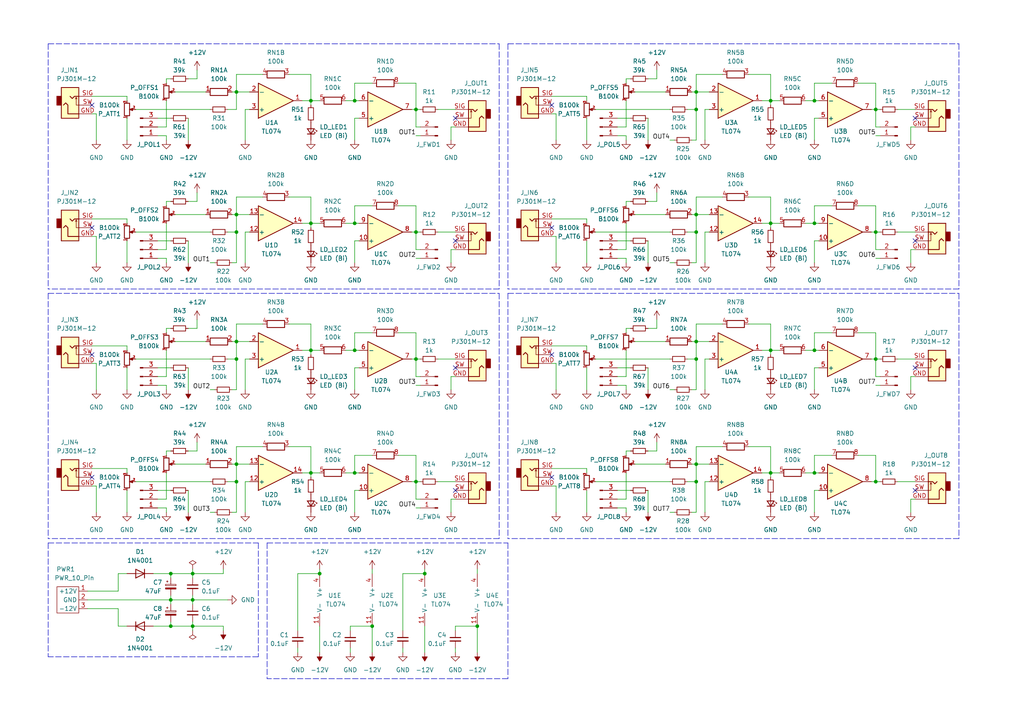
<source format=kicad_sch>
(kicad_sch (version 20211123) (generator eeschema)
  (paper "A4")
  (title_block (title "Avalon Harmonics CVMod8") (rev "v1.1") (company "Avalon Harmonics"))
  (junction (at 90.17 137.16))
  (junction (at 201.93 134.62))
  (junction (at 201.93 26.67))
  (junction (at 201.93 31.75))
  (junction (at 49.53 181.61))
  (junction (at 201.93 62.23))
  (junction (at 102.87 64.77))
  (junction (at 223.52 29.21))
  (junction (at 236.22 101.6))
  (junction (at 254 139.7))
  (junction (at 68.58 134.62))
  (junction (at 254 31.75))
  (junction (at 68.58 67.31))
  (junction (at 102.87 101.6))
  (junction (at 120.65 104.14))
  (junction (at 236.22 29.21))
  (junction (at 254 104.14))
  (junction (at 92.71 166.37))
  (junction (at 223.52 101.6))
  (junction (at 120.65 31.75))
  (junction (at 223.52 137.16))
  (junction (at 123.19 166.37))
  (junction (at 236.22 64.77))
  (junction (at 138.43 181.61))
  (junction (at 102.87 29.21))
  (junction (at 90.17 64.77))
  (junction (at 49.53 166.37))
  (junction (at 55.88 173.99))
  (junction (at 68.58 99.06))
  (junction (at 68.58 62.23))
  (junction (at 107.95 181.61))
  (junction (at 120.65 67.31))
  (junction (at 68.58 26.67))
  (junction (at 201.93 139.7))
  (junction (at 68.58 104.14))
  (junction (at 120.65 139.7))
  (junction (at 201.93 67.31))
  (junction (at 55.88 181.61))
  (junction (at 49.53 173.99))
  (junction (at 68.58 139.7))
  (junction (at 55.88 166.37))
  (junction (at 102.87 137.16))
  (junction (at 90.17 29.21))
  (junction (at 223.52 64.77))
  (junction (at 90.17 101.6))
  (junction (at 254 67.31))
  (junction (at 236.22 137.16))
  (junction (at 201.93 104.14))
  (junction (at 201.93 99.06))
  (no_connect (at 132.08 106.68))
  (no_connect (at 265.43 106.68))
  (no_connect (at 132.08 69.85))
  (no_connect (at 26.67 102.87))
  (no_connect (at 160.02 102.87))
  (no_connect (at 26.67 138.43))
  (no_connect (at 160.02 138.43))
  (no_connect (at 160.02 66.04))
  (no_connect (at 265.43 69.85))
  (no_connect (at 26.67 30.48))
  (no_connect (at 132.08 34.29))
  (no_connect (at 265.43 34.29))
  (no_connect (at 26.67 66.04))
  (no_connect (at 265.43 142.24))
  (no_connect (at 160.02 30.48))
  (no_connect (at 132.08 142.24))
  (wire (pts (xy 71.12 139.7) (xy 71.12 148.59)))
  (wire (pts (xy 48.26 130.81) (xy 48.26 132.08)))
  (wire (pts (xy 254 111.76) (xy 255.27 111.76)))
  (wire (pts (xy 36.83 142.24) (xy 36.83 148.59)))
  (polyline (pts (xy 13.97 85.09) (xy 13.97 156.21)))
  (wire (pts (xy 254 36.83) (xy 254 31.75)))
  (wire (pts (xy 130.81 76.2) (xy 130.81 72.39)))
  (wire (pts (xy 72.39 139.7) (xy 71.12 139.7)))
  (wire (pts (xy 115.57 96.52) (xy 120.65 96.52)))
  (wire (pts (xy 236.22 137.16) (xy 237.49 137.16)))
  (wire (pts (xy 44.45 166.37) (xy 49.53 166.37)))
  (wire (pts (xy 102.87 137.16) (xy 104.14 137.16)))
  (wire (pts (xy 237.49 106.68) (xy 236.22 106.68)))
  (wire (pts (xy 236.22 132.08) (xy 236.22 137.16)))
  (polyline (pts (xy 278.13 85.09) (xy 278.13 156.21)))
  (wire (pts (xy 190.5 92.71) (xy 190.5 95.25)))
  (wire (pts (xy 217.17 129.54) (xy 223.52 129.54)))
  (wire (pts (xy 48.26 22.86) (xy 48.26 24.13)))
  (wire (pts (xy 48.26 144.78) (xy 48.26 137.16)))
  (wire (pts (xy 68.58 113.03) (xy 68.58 104.14)))
  (wire (pts (xy 194.31 113.03) (xy 195.58 113.03)))
  (wire (pts (xy 83.82 57.15) (xy 90.17 57.15)))
  (wire (pts (xy 45.72 144.78) (xy 48.26 144.78)))
  (wire (pts (xy 200.66 134.62) (xy 201.93 134.62)))
  (wire (pts (xy 181.61 72.39) (xy 181.61 64.77)))
  (wire (pts (xy 254 31.75) (xy 252.73 31.75)))
  (wire (pts (xy 223.52 101.6) (xy 226.06 101.6)))
  (wire (pts (xy 54.61 142.24) (xy 54.61 148.59)))
  (wire (pts (xy 102.87 59.69) (xy 102.87 64.77)))
  (wire (pts (xy 57.15 20.32) (xy 57.15 22.86)))
  (wire (pts (xy 254 109.22) (xy 254 104.14)))
  (wire (pts (xy 48.26 36.83) (xy 48.26 29.21)))
  (wire (pts (xy 181.61 39.37) (xy 179.07 39.37)))
  (wire (pts (xy 205.74 31.75) (xy 204.47 31.75)))
  (polyline (pts (xy 147.32 12.7) (xy 278.13 12.7)))
  (wire (pts (xy 205.74 67.31) (xy 204.47 67.31)))
  (wire (pts (xy 179.07 106.68) (xy 182.88 106.68)))
  (wire (pts (xy 223.52 137.16) (xy 220.98 137.16)))
  (wire (pts (xy 223.52 137.16) (xy 226.06 137.16)))
  (wire (pts (xy 39.37 104.14) (xy 60.96 104.14)))
  (wire (pts (xy 54.61 40.64) (xy 54.61 34.29)))
  (polyline (pts (xy 74.93 157.48) (xy 74.93 190.5)))
  (wire (pts (xy 236.22 96.52) (xy 241.3 96.52)))
  (wire (pts (xy 68.58 99.06) (xy 72.39 99.06)))
  (wire (pts (xy 59.69 62.23) (xy 50.8 62.23)))
  (wire (pts (xy 55.88 167.64) (xy 55.88 166.37)))
  (wire (pts (xy 132.08 181.61) (xy 138.43 181.61)))
  (wire (pts (xy 223.52 129.54) (xy 223.52 137.16)))
  (wire (pts (xy 181.61 74.93) (xy 179.07 74.93)))
  (wire (pts (xy 236.22 101.6) (xy 237.49 101.6)))
  (polyline (pts (xy 13.97 157.48) (xy 74.93 157.48)))
  (wire (pts (xy 27.94 140.97) (xy 26.67 140.97)))
  (wire (pts (xy 181.61 109.22) (xy 181.61 101.6)))
  (wire (pts (xy 83.82 21.59) (xy 90.17 21.59)))
  (wire (pts (xy 102.87 132.08) (xy 107.95 132.08)))
  (wire (pts (xy 201.93 134.62) (xy 205.74 134.62)))
  (wire (pts (xy 181.61 148.59) (xy 181.61 147.32)))
  (polyline (pts (xy 13.97 157.48) (xy 13.97 190.5)))
  (wire (pts (xy 55.88 180.34) (xy 55.88 181.61)))
  (wire (pts (xy 181.61 40.64) (xy 181.61 39.37)))
  (wire (pts (xy 48.26 72.39) (xy 48.26 64.77)))
  (wire (pts (xy 45.72 72.39) (xy 48.26 72.39)))
  (polyline (pts (xy 74.93 190.5) (xy 13.97 190.5)))
  (wire (pts (xy 120.65 109.22) (xy 121.92 109.22)))
  (wire (pts (xy 55.88 181.61) (xy 64.77 181.61)))
  (wire (pts (xy 49.53 172.72) (xy 49.53 173.99)))
  (wire (pts (xy 48.26 39.37) (xy 45.72 39.37)))
  (wire (pts (xy 57.15 128.27) (xy 57.15 130.81)))
  (wire (pts (xy 67.31 134.62) (xy 68.58 134.62)))
  (wire (pts (xy 199.39 139.7) (xy 201.93 139.7)))
  (wire (pts (xy 179.07 34.29) (xy 182.88 34.29)))
  (wire (pts (xy 59.69 99.06) (xy 50.8 99.06)))
  (wire (pts (xy 170.18 63.5) (xy 160.02 63.5)))
  (wire (pts (xy 170.18 101.6) (xy 170.18 100.33)))
  (wire (pts (xy 120.65 144.78) (xy 120.65 139.7)))
  (polyline (pts (xy 144.78 83.82) (xy 13.97 83.82)))
  (wire (pts (xy 68.58 57.15) (xy 68.58 62.23)))
  (wire (pts (xy 68.58 129.54) (xy 76.2 129.54)))
  (wire (pts (xy 120.65 72.39) (xy 121.92 72.39)))
  (wire (pts (xy 237.49 142.24) (xy 236.22 142.24)))
  (wire (pts (xy 100.33 64.77) (xy 102.87 64.77)))
  (wire (pts (xy 60.96 148.59) (xy 62.23 148.59)))
  (wire (pts (xy 120.65 59.69) (xy 120.65 67.31)))
  (wire (pts (xy 48.26 148.59) (xy 48.26 147.32)))
  (wire (pts (xy 172.72 139.7) (xy 194.31 139.7)))
  (wire (pts (xy 170.18 34.29) (xy 170.18 40.64)))
  (wire (pts (xy 201.93 93.98) (xy 201.93 99.06)))
  (polyline (pts (xy 147.32 85.09) (xy 147.32 156.21)))
  (wire (pts (xy 57.15 95.25) (xy 54.61 95.25)))
  (wire (pts (xy 102.87 69.85) (xy 102.87 76.2)))
  (wire (pts (xy 223.52 21.59) (xy 223.52 29.21)))
  (wire (pts (xy 187.96 142.24) (xy 187.96 148.59)))
  (wire (pts (xy 201.93 67.31) (xy 201.93 62.23)))
  (wire (pts (xy 200.66 40.64) (xy 201.93 40.64)))
  (wire (pts (xy 100.33 29.21) (xy 102.87 29.21)))
  (wire (pts (xy 233.68 29.21) (xy 236.22 29.21)))
  (wire (pts (xy 161.29 40.64) (xy 161.29 33.02)))
  (wire (pts (xy 254 96.52) (xy 254 104.14)))
  (wire (pts (xy 254 104.14) (xy 255.27 104.14)))
  (wire (pts (xy 107.95 165.1) (xy 107.95 166.37)))
  (wire (pts (xy 260.35 139.7) (xy 265.43 139.7)))
  (wire (pts (xy 237.49 34.29) (xy 236.22 34.29)))
  (wire (pts (xy 187.96 40.64) (xy 187.96 34.29)))
  (wire (pts (xy 66.04 104.14) (xy 68.58 104.14)))
  (wire (pts (xy 236.22 24.13) (xy 236.22 29.21)))
  (wire (pts (xy 130.81 109.22) (xy 132.08 109.22)))
  (wire (pts (xy 199.39 31.75) (xy 201.93 31.75)))
  (wire (pts (xy 36.83 135.89) (xy 26.67 135.89)))
  (wire (pts (xy 254 104.14) (xy 252.73 104.14)))
  (wire (pts (xy 223.52 29.21) (xy 226.06 29.21)))
  (wire (pts (xy 120.65 109.22) (xy 120.65 104.14)))
  (wire (pts (xy 254 139.7) (xy 255.27 139.7)))
  (wire (pts (xy 181.61 36.83) (xy 181.61 29.21)))
  (wire (pts (xy 190.5 128.27) (xy 190.5 130.81)))
  (wire (pts (xy 130.81 36.83) (xy 132.08 36.83)))
  (wire (pts (xy 49.53 173.99) (xy 55.88 173.99)))
  (wire (pts (xy 100.33 137.16) (xy 102.87 137.16)))
  (polyline (pts (xy 144.78 156.21) (xy 13.97 156.21)))
  (wire (pts (xy 236.22 96.52) (xy 236.22 101.6)))
  (wire (pts (xy 27.94 40.64) (xy 27.94 33.02)))
  (wire (pts (xy 27.94 105.41) (xy 26.67 105.41)))
  (wire (pts (xy 190.5 22.86) (xy 187.96 22.86)))
  (wire (pts (xy 179.07 142.24) (xy 182.88 142.24)))
  (wire (pts (xy 193.04 26.67) (xy 184.15 26.67)))
  (wire (pts (xy 90.17 21.59) (xy 90.17 29.21)))
  (wire (pts (xy 161.29 105.41) (xy 160.02 105.41)))
  (wire (pts (xy 49.53 58.42) (xy 48.26 58.42)))
  (polyline (pts (xy 278.13 12.7) (xy 278.13 83.82)))
  (wire (pts (xy 67.31 99.06) (xy 68.58 99.06)))
  (wire (pts (xy 90.17 101.6) (xy 87.63 101.6)))
  (wire (pts (xy 90.17 101.6) (xy 92.71 101.6)))
  (polyline (pts (xy 13.97 12.7) (xy 144.78 12.7)))
  (wire (pts (xy 190.5 55.88) (xy 190.5 58.42)))
  (wire (pts (xy 201.93 57.15) (xy 209.55 57.15)))
  (wire (pts (xy 48.26 76.2) (xy 48.26 74.93)))
  (wire (pts (xy 102.87 24.13) (xy 102.87 29.21)))
  (wire (pts (xy 55.88 172.72) (xy 55.88 173.99)))
  (wire (pts (xy 182.88 58.42) (xy 181.61 58.42)))
  (wire (pts (xy 204.47 104.14) (xy 204.47 113.03)))
  (wire (pts (xy 223.52 93.98) (xy 223.52 101.6)))
  (wire (pts (xy 264.16 109.22) (xy 265.43 109.22)))
  (wire (pts (xy 201.93 104.14) (xy 201.93 99.06)))
  (wire (pts (xy 179.07 72.39) (xy 181.61 72.39)))
  (wire (pts (xy 68.58 57.15) (xy 76.2 57.15)))
  (wire (pts (xy 68.58 67.31) (xy 68.58 62.23)))
  (wire (pts (xy 127 31.75) (xy 132.08 31.75)))
  (wire (pts (xy 182.88 22.86) (xy 181.61 22.86)))
  (wire (pts (xy 67.31 62.23) (xy 68.58 62.23)))
  (wire (pts (xy 67.31 26.67) (xy 68.58 26.67)))
  (wire (pts (xy 181.61 130.81) (xy 181.61 132.08)))
  (wire (pts (xy 45.72 106.68) (xy 49.53 106.68)))
  (wire (pts (xy 60.96 113.03) (xy 62.23 113.03)))
  (wire (pts (xy 102.87 34.29) (xy 102.87 40.64)))
  (wire (pts (xy 193.04 62.23) (xy 184.15 62.23)))
  (wire (pts (xy 36.83 64.77) (xy 36.83 63.5)))
  (wire (pts (xy 27.94 76.2) (xy 27.94 68.58)))
  (wire (pts (xy 172.72 31.75) (xy 194.31 31.75)))
  (wire (pts (xy 68.58 26.67) (xy 72.39 26.67)))
  (wire (pts (xy 36.83 100.33) (xy 26.67 100.33)))
  (wire (pts (xy 181.61 113.03) (xy 181.61 111.76)))
  (polyline (pts (xy 147.32 12.7) (xy 147.32 83.82)))
  (wire (pts (xy 190.5 58.42) (xy 187.96 58.42)))
  (wire (pts (xy 170.18 106.68) (xy 170.18 113.03)))
  (wire (pts (xy 170.18 69.85) (xy 170.18 76.2)))
  (wire (pts (xy 72.39 67.31) (xy 71.12 67.31)))
  (wire (pts (xy 25.4 173.99) (xy 49.53 173.99)))
  (wire (pts (xy 39.37 67.31) (xy 60.96 67.31)))
  (wire (pts (xy 130.81 144.78) (xy 132.08 144.78)))
  (wire (pts (xy 55.88 166.37) (xy 64.77 166.37)))
  (wire (pts (xy 57.15 92.71) (xy 57.15 95.25)))
  (wire (pts (xy 130.81 113.03) (xy 130.81 109.22)))
  (wire (pts (xy 48.26 147.32) (xy 45.72 147.32)))
  (wire (pts (xy 86.36 187.96) (xy 86.36 189.23)))
  (wire (pts (xy 100.33 101.6) (xy 102.87 101.6)))
  (wire (pts (xy 120.65 24.13) (xy 120.65 31.75)))
  (wire (pts (xy 120.65 31.75) (xy 121.92 31.75)))
  (wire (pts (xy 45.72 109.22) (xy 48.26 109.22)))
  (wire (pts (xy 217.17 57.15) (xy 223.52 57.15)))
  (wire (pts (xy 45.72 36.83) (xy 48.26 36.83)))
  (polyline (pts (xy 147.32 157.48) (xy 147.32 196.85)))
  (wire (pts (xy 92.71 181.61) (xy 92.71 189.23)))
  (wire (pts (xy 120.65 132.08) (xy 120.65 139.7)))
  (wire (pts (xy 44.45 181.61) (xy 49.53 181.61)))
  (wire (pts (xy 68.58 21.59) (xy 68.58 26.67)))
  (wire (pts (xy 57.15 130.81) (xy 54.61 130.81)))
  (wire (pts (xy 102.87 101.6) (xy 104.14 101.6)))
  (wire (pts (xy 201.93 57.15) (xy 201.93 62.23)))
  (wire (pts (xy 55.88 165.1) (xy 55.88 166.37)))
  (wire (pts (xy 264.16 72.39) (xy 265.43 72.39)))
  (wire (pts (xy 102.87 64.77) (xy 104.14 64.77)))
  (wire (pts (xy 102.87 96.52) (xy 107.95 96.52)))
  (wire (pts (xy 102.87 59.69) (xy 107.95 59.69)))
  (wire (pts (xy 254 59.69) (xy 254 67.31)))
  (wire (pts (xy 236.22 69.85) (xy 236.22 76.2)))
  (wire (pts (xy 205.74 104.14) (xy 204.47 104.14)))
  (wire (pts (xy 120.65 74.93) (xy 121.92 74.93)))
  (wire (pts (xy 68.58 104.14) (xy 68.58 99.06)))
  (wire (pts (xy 204.47 139.7) (xy 204.47 148.59)))
  (wire (pts (xy 90.17 64.77) (xy 87.63 64.77)))
  (wire (pts (xy 102.87 132.08) (xy 102.87 137.16)))
  (wire (pts (xy 223.52 64.77) (xy 226.06 64.77)))
  (wire (pts (xy 223.52 64.77) (xy 223.52 66.04)))
  (wire (pts (xy 90.17 137.16) (xy 92.71 137.16)))
  (wire (pts (xy 138.43 165.1) (xy 138.43 166.37)))
  (wire (pts (xy 236.22 24.13) (xy 241.3 24.13)))
  (wire (pts (xy 233.68 137.16) (xy 236.22 137.16)))
  (wire (pts (xy 223.52 64.77) (xy 220.98 64.77)))
  (wire (pts (xy 201.93 26.67) (xy 205.74 26.67)))
  (wire (pts (xy 54.61 113.03) (xy 54.61 106.68)))
  (wire (pts (xy 102.87 24.13) (xy 107.95 24.13)))
  (wire (pts (xy 102.87 96.52) (xy 102.87 101.6)))
  (polyline (pts (xy 278.13 83.82) (xy 147.32 83.82)))
  (wire (pts (xy 66.04 67.31) (xy 68.58 67.31)))
  (wire (pts (xy 172.72 67.31) (xy 194.31 67.31)))
  (wire (pts (xy 49.53 130.81) (xy 48.26 130.81)))
  (wire (pts (xy 190.5 20.32) (xy 190.5 22.86)))
  (wire (pts (xy 181.61 76.2) (xy 181.61 74.93)))
  (wire (pts (xy 254 72.39) (xy 255.27 72.39)))
  (wire (pts (xy 236.22 142.24) (xy 236.22 148.59)))
  (wire (pts (xy 223.52 29.21) (xy 223.52 30.48)))
  (wire (pts (xy 45.72 34.29) (xy 49.53 34.29)))
  (wire (pts (xy 90.17 29.21) (xy 90.17 30.48)))
  (wire (pts (xy 254 139.7) (xy 252.73 139.7)))
  (wire (pts (xy 120.65 67.31) (xy 121.92 67.31)))
  (wire (pts (xy 36.83 27.94) (xy 26.67 27.94)))
  (wire (pts (xy 260.35 67.31) (xy 265.43 67.31)))
  (wire (pts (xy 90.17 64.77) (xy 92.71 64.77)))
  (wire (pts (xy 190.5 95.25) (xy 187.96 95.25)))
  (wire (pts (xy 233.68 64.77) (xy 236.22 64.77)))
  (wire (pts (xy 204.47 31.75) (xy 204.47 40.64)))
  (wire (pts (xy 68.58 93.98) (xy 76.2 93.98)))
  (wire (pts (xy 201.93 31.75) (xy 201.93 26.67)))
  (wire (pts (xy 248.92 59.69) (xy 254 59.69)))
  (wire (pts (xy 254 109.22) (xy 255.27 109.22)))
  (wire (pts (xy 36.83 34.29) (xy 36.83 40.64)))
  (wire (pts (xy 237.49 69.85) (xy 236.22 69.85)))
  (wire (pts (xy 45.72 69.85) (xy 49.53 69.85)))
  (wire (pts (xy 170.18 64.77) (xy 170.18 63.5)))
  (wire (pts (xy 236.22 64.77) (xy 237.49 64.77)))
  (wire (pts (xy 71.12 104.14) (xy 71.12 113.03)))
  (wire (pts (xy 205.74 139.7) (xy 204.47 139.7)))
  (wire (pts (xy 161.29 76.2) (xy 161.29 68.58)))
  (wire (pts (xy 201.93 148.59) (xy 201.93 139.7)))
  (wire (pts (xy 71.12 31.75) (xy 71.12 40.64)))
  (wire (pts (xy 90.17 137.16) (xy 87.63 137.16)))
  (wire (pts (xy 204.47 67.31) (xy 204.47 76.2)))
  (wire (pts (xy 104.14 142.24) (xy 102.87 142.24)))
  (wire (pts (xy 54.61 69.85) (xy 54.61 76.2)))
  (wire (pts (xy 193.04 134.62) (xy 184.15 134.62)))
  (wire (pts (xy 130.81 148.59) (xy 130.81 144.78)))
  (wire (pts (xy 170.18 27.94) (xy 160.02 27.94)))
  (wire (pts (xy 90.17 29.21) (xy 87.63 29.21)))
  (wire (pts (xy 36.83 69.85) (xy 36.83 76.2)))
  (wire (pts (xy 223.52 57.15) (xy 223.52 64.77)))
  (wire (pts (xy 66.04 139.7) (xy 68.58 139.7)))
  (wire (pts (xy 254 31.75) (xy 255.27 31.75)))
  (wire (pts (xy 86.36 166.37) (xy 92.71 166.37)))
  (wire (pts (xy 170.18 137.16) (xy 170.18 135.89)))
  (wire (pts (xy 170.18 135.89) (xy 160.02 135.89)))
  (wire (pts (xy 120.65 96.52) (xy 120.65 104.14)))
  (wire (pts (xy 254 72.39) (xy 254 67.31)))
  (wire (pts (xy 68.58 31.75) (xy 68.58 26.67)))
  (wire (pts (xy 45.72 142.24) (xy 49.53 142.24)))
  (wire (pts (xy 120.65 139.7) (xy 119.38 139.7)))
  (wire (pts (xy 200.66 62.23) (xy 201.93 62.23)))
  (wire (pts (xy 132.08 187.96) (xy 132.08 189.23)))
  (wire (pts (xy 101.6 181.61) (xy 107.95 181.61)))
  (wire (pts (xy 182.88 130.81) (xy 181.61 130.81)))
  (wire (pts (xy 236.22 34.29) (xy 236.22 40.64)))
  (wire (pts (xy 48.26 40.64) (xy 48.26 39.37)))
  (wire (pts (xy 200.66 26.67) (xy 201.93 26.67)))
  (wire (pts (xy 200.66 76.2) (xy 201.93 76.2)))
  (wire (pts (xy 36.83 106.68) (xy 36.83 113.03)))
  (wire (pts (xy 49.53 181.61) (xy 49.53 180.34)))
  (wire (pts (xy 179.07 144.78) (xy 181.61 144.78)))
  (wire (pts (xy 49.53 173.99) (xy 49.53 175.26)))
  (wire (pts (xy 57.15 58.42) (xy 54.61 58.42)))
  (wire (pts (xy 254 24.13) (xy 254 31.75)))
  (wire (pts (xy 236.22 59.69) (xy 236.22 64.77)))
  (wire (pts (xy 179.07 69.85) (xy 182.88 69.85)))
  (wire (pts (xy 36.83 63.5) (xy 26.67 63.5)))
  (polyline (pts (xy 147.32 196.85) (xy 77.47 196.85)))
  (wire (pts (xy 260.35 104.14) (xy 265.43 104.14)))
  (wire (pts (xy 194.31 40.64) (xy 195.58 40.64)))
  (wire (pts (xy 68.58 139.7) (xy 68.58 134.62)))
  (wire (pts (xy 120.65 67.31) (xy 119.38 67.31)))
  (wire (pts (xy 64.77 166.37) (xy 64.77 165.1)))
  (wire (pts (xy 248.92 96.52) (xy 254 96.52)))
  (wire (pts (xy 55.88 182.88) (xy 55.88 181.61)))
  (wire (pts (xy 116.84 182.88) (xy 116.84 166.37)))
  (wire (pts (xy 161.29 113.03) (xy 161.29 105.41)))
  (wire (pts (xy 120.65 104.14) (xy 119.38 104.14)))
  (wire (pts (xy 123.19 181.61) (xy 123.19 189.23)))
  (wire (pts (xy 194.31 148.59) (xy 195.58 148.59)))
  (polyline (pts (xy 144.78 85.09) (xy 144.78 156.21)))
  (wire (pts (xy 201.93 40.64) (xy 201.93 31.75)))
  (wire (pts (xy 161.29 140.97) (xy 160.02 140.97)))
  (wire (pts (xy 90.17 129.54) (xy 90.17 137.16)))
  (wire (pts (xy 68.58 21.59) (xy 76.2 21.59)))
  (wire (pts (xy 264.16 76.2) (xy 264.16 72.39)))
  (wire (pts (xy 190.5 130.81) (xy 187.96 130.81)))
  (wire (pts (xy 90.17 29.21) (xy 92.71 29.21)))
  (wire (pts (xy 39.37 139.7) (xy 60.96 139.7)))
  (wire (pts (xy 34.29 171.45) (xy 25.4 171.45)))
  (wire (pts (xy 86.36 182.88) (xy 86.36 166.37)))
  (wire (pts (xy 102.87 29.21) (xy 104.14 29.21)))
  (wire (pts (xy 194.31 76.2) (xy 195.58 76.2)))
  (wire (pts (xy 236.22 29.21) (xy 237.49 29.21)))
  (wire (pts (xy 254 67.31) (xy 252.73 67.31)))
  (wire (pts (xy 236.22 59.69) (xy 241.3 59.69)))
  (wire (pts (xy 55.88 173.99) (xy 66.04 173.99)))
  (wire (pts (xy 55.88 166.37) (xy 49.53 166.37)))
  (wire (pts (xy 181.61 147.32) (xy 179.07 147.32)))
  (wire (pts (xy 130.81 72.39) (xy 132.08 72.39)))
  (wire (pts (xy 187.96 69.85) (xy 187.96 76.2)))
  (wire (pts (xy 199.39 67.31) (xy 201.93 67.31)))
  (wire (pts (xy 264.16 40.64) (xy 264.16 36.83)))
  (polyline (pts (xy 13.97 12.7) (xy 13.97 83.82)))
  (wire (pts (xy 55.88 173.99) (xy 55.88 175.26)))
  (wire (pts (xy 68.58 62.23) (xy 72.39 62.23)))
  (wire (pts (xy 120.65 144.78) (xy 121.92 144.78)))
  (wire (pts (xy 48.26 74.93) (xy 45.72 74.93)))
  (wire (pts (xy 201.93 99.06) (xy 205.74 99.06)))
  (wire (pts (xy 48.26 111.76) (xy 45.72 111.76)))
  (wire (pts (xy 248.92 24.13) (xy 254 24.13)))
  (wire (pts (xy 201.93 113.03) (xy 201.93 104.14)))
  (wire (pts (xy 60.96 76.2) (xy 62.23 76.2)))
  (wire (pts (xy 120.65 111.76) (xy 121.92 111.76)))
  (wire (pts (xy 254 36.83) (xy 255.27 36.83)))
  (wire (pts (xy 36.83 29.21) (xy 36.83 27.94)))
  (wire (pts (xy 34.29 176.53) (xy 34.29 181.61)))
  (wire (pts (xy 57.15 55.88) (xy 57.15 58.42)))
  (wire (pts (xy 107.95 181.61) (xy 107.95 189.23)))
  (wire (pts (xy 172.72 104.14) (xy 194.31 104.14)))
  (wire (pts (xy 254 67.31) (xy 255.27 67.31)))
  (wire (pts (xy 120.65 36.83) (xy 120.65 31.75)))
  (wire (pts (xy 201.93 21.59) (xy 209.55 21.59)))
  (polyline (pts (xy 13.97 85.09) (xy 144.78 85.09)))
  (wire (pts (xy 27.94 33.02) (xy 26.67 33.02)))
  (wire (pts (xy 201.93 129.54) (xy 209.55 129.54)))
  (wire (pts (xy 34.29 181.61) (xy 36.83 181.61)))
  (wire (pts (xy 68.58 93.98) (xy 68.58 99.06)))
  (wire (pts (xy 72.39 104.14) (xy 71.12 104.14)))
  (wire (pts (xy 102.87 142.24) (xy 102.87 148.59)))
  (wire (pts (xy 49.53 22.86) (xy 48.26 22.86)))
  (wire (pts (xy 83.82 93.98) (xy 90.17 93.98)))
  (wire (pts (xy 201.93 129.54) (xy 201.93 134.62)))
  (wire (pts (xy 34.29 166.37) (xy 34.29 171.45)))
  (wire (pts (xy 104.14 69.85) (xy 102.87 69.85)))
  (wire (pts (xy 68.58 134.62) (xy 72.39 134.62)))
  (wire (pts (xy 201.93 62.23) (xy 205.74 62.23)))
  (wire (pts (xy 67.31 113.03) (xy 68.58 113.03)))
  (wire (pts (xy 127 104.14) (xy 132.08 104.14)))
  (wire (pts (xy 181.61 22.86) (xy 181.61 24.13)))
  (wire (pts (xy 116.84 187.96) (xy 116.84 189.23)))
  (wire (pts (xy 120.65 139.7) (xy 121.92 139.7)))
  (wire (pts (xy 264.16 36.83) (xy 265.43 36.83)))
  (wire (pts (xy 193.04 99.06) (xy 184.15 99.06)))
  (wire (pts (xy 68.58 129.54) (xy 68.58 134.62)))
  (wire (pts (xy 115.57 59.69) (xy 120.65 59.69)))
  (wire (pts (xy 49.53 95.25) (xy 48.26 95.25)))
  (wire (pts (xy 199.39 104.14) (xy 201.93 104.14)))
  (wire (pts (xy 179.07 36.83) (xy 181.61 36.83)))
  (wire (pts (xy 123.19 165.1) (xy 123.19 166.37)))
  (wire (pts (xy 55.88 181.61) (xy 49.53 181.61)))
  (wire (pts (xy 200.66 113.03) (xy 201.93 113.03)))
  (wire (pts (xy 116.84 166.37) (xy 123.19 166.37)))
  (wire (pts (xy 104.14 34.29) (xy 102.87 34.29)))
  (wire (pts (xy 217.17 21.59) (xy 223.52 21.59)))
  (wire (pts (xy 57.15 22.86) (xy 54.61 22.86)))
  (wire (pts (xy 223.52 137.16) (xy 223.52 138.43)))
  (wire (pts (xy 68.58 76.2) (xy 68.58 67.31)))
  (wire (pts (xy 90.17 101.6) (xy 90.17 102.87)))
  (wire (pts (xy 34.29 166.37) (xy 36.83 166.37)))
  (wire (pts (xy 27.94 148.59) (xy 27.94 140.97)))
  (wire (pts (xy 27.94 113.03) (xy 27.94 105.41)))
  (wire (pts (xy 59.69 26.67) (xy 50.8 26.67)))
  (polyline (pts (xy 77.47 157.48) (xy 147.32 157.48)))
  (wire (pts (xy 201.93 139.7) (xy 201.93 134.62)))
  (wire (pts (xy 120.65 104.14) (xy 121.92 104.14)))
  (polyline (pts (xy 144.78 12.7) (xy 144.78 83.82)))
  (polyline (pts (xy 77.47 157.48) (xy 77.47 196.85)))
  (wire (pts (xy 254 39.37) (xy 255.27 39.37)))
  (wire (pts (xy 181.61 95.25) (xy 181.61 96.52)))
  (wire (pts (xy 233.68 101.6) (xy 236.22 101.6)))
  (wire (pts (xy 254 132.08) (xy 254 139.7)))
  (wire (pts (xy 120.65 72.39) (xy 120.65 67.31)))
  (wire (pts (xy 248.92 132.08) (xy 254 132.08)))
  (wire (pts (xy 201.93 93.98) (xy 209.55 93.98)))
  (wire (pts (xy 260.35 31.75) (xy 265.43 31.75)))
  (wire (pts (xy 264.16 144.78) (xy 265.43 144.78)))
  (wire (pts (xy 64.77 181.61) (xy 64.77 182.88)))
  (wire (pts (xy 102.87 106.68) (xy 102.87 113.03)))
  (wire (pts (xy 181.61 144.78) (xy 181.61 137.16)))
  (wire (pts (xy 170.18 29.21) (xy 170.18 27.94)))
  (wire (pts (xy 115.57 24.13) (xy 120.65 24.13)))
  (wire (pts (xy 90.17 93.98) (xy 90.17 101.6)))
  (wire (pts (xy 72.39 31.75) (xy 71.12 31.75)))
  (wire (pts (xy 101.6 187.96) (xy 101.6 189.23)))
  (wire (pts (xy 59.69 134.62) (xy 50.8 134.62)))
  (wire (pts (xy 66.04 31.75) (xy 68.58 31.75)))
  (wire (pts (xy 223.52 101.6) (xy 223.52 102.87)))
  (wire (pts (xy 236.22 132.08) (xy 241.3 132.08)))
  (wire (pts (xy 48.26 58.42) (xy 48.26 59.69)))
  (wire (pts (xy 92.71 165.1) (xy 92.71 166.37)))
  (wire (pts (xy 48.26 109.22) (xy 48.26 101.6)))
  (wire (pts (xy 71.12 67.31) (xy 71.12 76.2)))
  (wire (pts (xy 161.29 68.58) (xy 160.02 68.58)))
  (wire (pts (xy 181.61 111.76) (xy 179.07 111.76)))
  (wire (pts (xy 27.94 68.58) (xy 26.67 68.58)))
  (wire (pts (xy 83.82 129.54) (xy 90.17 129.54)))
  (wire (pts (xy 120.65 36.83) (xy 121.92 36.83)))
  (wire (pts (xy 200.66 99.06) (xy 201.93 99.06)))
  (wire (pts (xy 36.83 101.6) (xy 36.83 100.33)))
  (wire (pts (xy 25.4 176.53) (xy 34.29 176.53)))
  (wire (pts (xy 39.37 31.75) (xy 60.96 31.75)))
  (wire (pts (xy 120.65 31.75) (xy 119.38 31.75)))
  (wire (pts (xy 201.93 76.2) (xy 201.93 67.31)))
  (wire (pts (xy 200.66 148.59) (xy 201.93 148.59)))
  (wire (pts (xy 217.17 93.98) (xy 223.52 93.98)))
  (wire (pts (xy 127 139.7) (xy 132.08 139.7)))
  (wire (pts (xy 264.16 113.03) (xy 264.16 109.22)))
  (wire (pts (xy 67.31 148.59) (xy 68.58 148.59)))
  (polyline (pts (xy 278.13 156.21) (xy 147.32 156.21)))
  (wire (pts (xy 36.83 137.16) (xy 36.83 135.89)))
  (wire (pts (xy 170.18 100.33) (xy 160.02 100.33)))
  (wire (pts (xy 132.08 182.88) (xy 132.08 181.61)))
  (wire (pts (xy 120.65 147.32) (xy 121.92 147.32)))
  (wire (pts (xy 120.65 39.37) (xy 121.92 39.37)))
  (wire (pts (xy 48.26 113.03) (xy 48.26 111.76)))
  (wire (pts (xy 182.88 95.25) (xy 181.61 95.25)))
  (wire (pts (xy 254 74.93) (xy 255.27 74.93)))
  (wire (pts (xy 170.18 142.24) (xy 170.18 148.59)))
  (wire (pts (xy 90.17 64.77) (xy 90.17 66.04)))
  (wire (pts (xy 127 67.31) (xy 132.08 67.31)))
  (wire (pts (xy 138.43 181.61) (xy 138.43 189.23)))
  (wire (pts (xy 161.29 148.59) (xy 161.29 140.97)))
  (wire (pts (xy 223.52 29.21) (xy 220.98 29.21)))
  (wire (pts (xy 187.96 113.03) (xy 187.96 106.68)))
  (wire (pts (xy 130.81 40.64) (xy 130.81 36.83)))
  (wire (pts (xy 104.14 106.68) (xy 102.87 106.68)))
  (wire (pts (xy 68.58 148.59) (xy 68.58 139.7)))
  (wire (pts (xy 161.29 33.02) (xy 160.02 33.02)))
  (polyline (pts (xy 147.32 85.09) (xy 278.13 85.09)))
  (wire (pts (xy 48.26 95.25) (xy 48.26 96.52)))
  (wire (pts (xy 179.07 109.22) (xy 181.61 109.22)))
  (wire (pts (xy 90.17 57.15) (xy 90.17 64.77)))
  (wire (pts (xy 264.16 148.59) (xy 264.16 144.78)))
  (wire (pts (xy 181.61 58.42) (xy 181.61 59.69)))
  (wire (pts (xy 223.52 101.6) (xy 220.98 101.6)))
  (wire (pts (xy 115.57 132.08) (xy 120.65 132.08)))
  (wire (pts (xy 101.6 182.88) (xy 101.6 181.61)))
  (wire (pts (xy 49.53 166.37) (xy 49.53 167.64)))
  (wire (pts (xy 67.31 76.2) (xy 68.58 76.2)))
  (wire (pts (xy 90.17 137.16) (xy 90.17 138.43)))
  (wire (pts (xy 201.93 21.59) (xy 201.93 26.67)))
  (wire (pts (xy 236.22 106.68) (xy 236.22 113.03)))
  (label "OUT1" (at 60.96 76.2 180))
  (label "OUT7" (at 254 111.76 180))
  (label "OUT2" (at 60.96 113.03 180))
  (label "OUT6" (at 194.31 113.03 180))
  (label "OUT5" (at 254 39.37 180))
  (label "OUT5" (at 194.31 76.2 180))
  (label "OUT2" (at 120.65 74.93 180))
  (label "OUT6" (at 254 74.93 180))
  (label "OUT1" (at 120.65 39.37 180))
  (label "OUT3" (at 60.96 148.59 180))
  (label "OUT4" (at 120.65 147.32 180))
  (label "OUT7" (at 194.31 148.59 180))
  (label "OUT3" (at 120.65 111.76 180))
  (label "OUT4" (at 194.31 40.64 180))
  (symbol (lib_id "power:GND") (at 170.18 148.59 0) (unit 1)
    (property "Reference" "#PWR0146" (effects hide))
    (property "Value" "GND" (at 170.18 153.67 0))
  )
  (symbol (lib_id "power:GND") (at 204.47 40.64 0) (unit 1)
    (property "Reference" "#PWR0160" (effects hide))
    (property "Value" "GND" (at 204.47 45.72 0))
  )
  (symbol (lib_id "Device:R_Potentiometer_Small") (at 36.83 31.75 0) (mirror x) (unit 1)
    (property "Reference" "P_ATT1" (at 31.75 33.02 0))
    (property "Value" "B100k" (at 31.75 30.48 0))
    (property "Footprint" "Eurorack:Potentiometer Song Huei 9mm Trimmer" (effects hide))
  )
  (symbol (lib_id "power:GND") (at 48.26 76.2 0) (unit 1)
    (property "Reference" "#PWR0115" (effects hide))
    (property "Value" "GND" (at 48.26 81.28 0))
  )
  (symbol (lib_id "power:GND") (at 181.61 76.2 0) (unit 1)
    (property "Reference" "#PWR0173" (effects hide))
    (property "Value" "GND" (at 181.61 81.28 0))
  )
  (symbol (lib_id "Device:R_Small") (at 124.46 139.7 270) (unit 1)
    (property "Reference" "R14" (at 124.46 134.62 90))
    (property "Value" "1k" (at 124.46 137.16 90))
    (property "Footprint" "R_Axial_DIN0207_L6.3mm_D2.5mm_P2.54mm_Vertical" (effects hide))
  )
  (symbol (lib_id "power:GND") (at 90.17 148.59 0) (unit 1)
    (property "Reference" "#PWR0124" (effects hide))
    (property "Value" "GND" (at 90.17 153.67 0))
  )
  (symbol (lib_id "Device:R_Pack04_SIP_Split") (at 196.85 99.06 270) (mirror x) (unit 1)
    (property "Reference" "RN7" (at 196.85 92.71 90))
    (property "Value" "100k" (at 196.85 95.25 90))
    (property "Footprint" "Resistor_THT:R_Array_SIP8" (effects hide))
    (property "Datasheet" "http://www.vishay.com/docs/31509/csc.pdf" (effects hide))
  )
  (symbol (lib_id "power:GND") (at 86.36 189.23 0) (unit 1)
    (property "Reference" "#PWR0132" (effects hide))
    (property "Value" "GND" (at 86.36 194.31 0))
  )
  (symbol (lib_id "power:-12V") (at 123.19 189.23 180) (unit 1)
    (property "Reference" "#PWR0133" (effects hide))
    (property "Value" "-12V" (at 123.19 194.31 0))
  )
  (symbol (lib_id "power:GND") (at 236.22 148.59 0) (unit 1)
    (property "Reference" "#PWR0151" (effects hide))
    (property "Value" "GND" (at 236.22 153.67 0))
  )
  (symbol (lib_id "Device:R_Pack04_SIP_Split") (at 96.52 64.77 270) (mirror x) (unit 3)
    (property "Reference" "RN2" (at 96.52 58.42 90))
    (property "Value" "100k" (at 96.52 60.96 90))
    (property "Footprint" "Resistor_THT:R_Array_SIP8" (effects hide))
    (property "Datasheet" "http://www.vishay.com/docs/31509/csc.pdf" (effects hide))
  )
  (symbol (lib_id "Device:R_Small") (at 64.77 113.03 270) (mirror x) (unit 1)
    (property "Reference" "R23" (at 64.77 115.57 90))
    (property "Value" "100k" (at 64.77 118.11 90))
    (property "Footprint" "R_Axial_DIN0207_L6.3mm_D2.5mm_P2.54mm_Vertical" (effects hide))
  )
  (symbol (lib_id "Device:R_Pack04_SIP_Split") (at 213.36 57.15 90) (unit 2)
    (property "Reference" "RN6" (at 213.36 50.8 90))
    (property "Value" "100k" (at 213.36 53.34 90))
    (property "Footprint" "Resistor_THT:R_Array_SIP8" (effects hide))
    (property "Datasheet" "http://www.vishay.com/docs/31509/csc.pdf" (effects hide))
  )
  (symbol (lib_id "Device:LED_Small") (at 223.52 38.1 270) (mirror x) (unit 1)
    (property "Reference" "LD_LED5" (at 226.06 36.83 90) (effects (justify left)))
    (property "Value" "LED (Bi)" (at 226.06 39.37 90) (effects (justify left)))
    (property "Footprint" "LED_THT:LED_D3.0mm_FlatTop" (effects hide))
    (property "Spice_Primitive" "D" (effects hide))
    (property "Spice_Model" "LED_GENERAL" (effects hide))
    (property "Spice_Netlist_Enabled" "Y" (effects hide))
    (property "Spice_Lib_File" "/home/ebu/Documents/KiCad/KiCad-Spice-Library/Models/Diode/led.lib" (effects hide))
  )
  (symbol (lib_id "power:GND") (at 90.17 76.2 0) (unit 1)
    (property "Reference" "#PWR0101" (effects hide))
    (property "Value" "GND" (at 90.17 81.28 0))
  )
  (symbol (lib_id "Amplifier_Operational:TL074") (at 80.01 101.6 0) (mirror x) (unit 1)
    (property "Reference" "U2" (at 78.74 107.95 0))
    (property "Value" "TL074" (at 78.74 110.49 0))
    (property "Footprint" "Package_DIP:DIP-14_W7.62mm_Socket_LongPads" (effects hide))
    (property "Datasheet" "http://www.ti.com/lit/ds/symlink/tl071.pdf" (effects hide))
  )
  (symbol (lib_id "Device:R_Small") (at 185.42 142.24 90) (unit 1)
    (property "Reference" "R68" (at 187.325 144.78 90) (effects (justify left)))
    (property "Value" "39k" (at 187.325 147.32 90) (effects (justify left)))
    (property "Footprint" "Resistor_THT:R_Axial_DIN0207_L6.3mm_D2.5mm_P2.54mm_Vertical" (effects hide))
  )
  (symbol (lib_id "Device:R_Small") (at 90.17 68.58 180) (unit 1)
    (property "Reference" "R52" (at 86.36 67.31 0))
    (property "Value" "1k" (at 86.36 69.85 0))
    (property "Footprint" "Resistor_THT:R_Axial_DIN0207_L6.3mm_D2.5mm_P2.54mm_Vertical" (effects hide))
  )
  (symbol (lib_id "Device:LED_Small") (at 90.17 38.1 270) (mirror x) (unit 1)
    (property "Reference" "LD_LED1" (at 92.71 36.83 90) (effects (justify left)))
    (property "Value" "LED (Bi)" (at 92.71 39.37 90) (effects (justify left)))
    (property "Footprint" "LED_THT:LED_D3.0mm_FlatTop" (effects hide))
    (property "Spice_Primitive" "D" (effects hide))
    (property "Spice_Model" "LED_GENERAL" (effects hide))
    (property "Spice_Netlist_Enabled" "Y" (effects hide))
    (property "Spice_Lib_File" "/home/ebu/Documents/KiCad/KiCad-Spice-Library/Models/Diode/led.lib" (effects hide))
  )
  (symbol (lib_id "Device:R_Small") (at 185.42 106.68 90) (unit 1)
    (property "Reference" "R67" (at 187.325 109.22 90) (effects (justify left)))
    (property "Value" "39k" (at 187.325 111.76 90) (effects (justify left)))
    (property "Footprint" "Resistor_THT:R_Axial_DIN0207_L6.3mm_D2.5mm_P2.54mm_Vertical" (effects hide))
  )
  (symbol (lib_id "Device:R_Small") (at 185.42 95.25 270) (unit 1)
    (property "Reference" "R47" (at 183.515 90.17 90) (effects (justify left)))
    (property "Value" "39k" (at 183.515 92.71 90) (effects (justify left)))
    (property "Footprint" "R_Axial_DIN0207_L6.3mm_D2.5mm_P2.54mm_Vertical" (effects hide))
  )
  (symbol (lib_id "Device:R_Small") (at 52.07 130.81 270) (unit 1)
    (property "Reference" "R44" (at 50.165 125.73 90) (effects (justify left)))
    (property "Value" "39k" (at 50.165 128.27 90) (effects (justify left)))
    (property "Footprint" "R_Axial_DIN0207_L6.3mm_D2.5mm_P2.54mm_Vertical" (effects hide))
  )
  (symbol (lib_id "Device:R_Pack04_SIP_Split") (at 196.85 62.23 270) (mirror x) (unit 1)
    (property "Reference" "RN6" (at 196.85 55.88 90))
    (property "Value" "100k" (at 196.85 58.42 90))
    (property "Footprint" "Resistor_THT:R_Array_SIP8" (effects hide))
    (property "Datasheet" "http://www.vishay.com/docs/31509/csc.pdf" (effects hide))
  )
  (symbol (lib_id "power:+12V") (at 138.43 165.1 0) (unit 1)
    (property "Reference" "#PWR0122" (effects hide))
    (property "Value" "+12V" (at 138.43 160.02 0))
  )
  (symbol (lib_id "Device:R_Potentiometer_Small") (at 181.61 62.23 0) (unit 1)
    (property "Reference" "P_OFFS6" (at 175.26 60.96 0))
    (property "Value" "B100k" (at 176.53 63.5 0))
    (property "Footprint" "Potentiometer_THT:Potentiometer_Song_Huei_SL3015N_Single_Slide" (effects hide))
  )
  (symbol (lib_id "power:GND") (at 223.52 113.03 0) (unit 1)
    (property "Reference" "#PWR0154" (effects hide))
    (property "Value" "GND" (at 223.52 118.11 0))
  )
  (symbol (lib_id "power:GND") (at 102.87 113.03 0) (unit 1)
    (property "Reference" "#PWR0119" (effects hide))
    (property "Value" "GND" (at 102.87 118.11 0))
  )
  (symbol (lib_id "Device:R_Small") (at 124.46 67.31 270) (unit 1)
    (property "Reference" "R12" (at 124.46 62.23 90))
    (property "Value" "1k" (at 124.46 64.77 90))
    (property "Footprint" "R_Axial_DIN0207_L6.3mm_D2.5mm_P2.54mm_Vertical" (effects hide))
  )
  (symbol (lib_id "Device:R_Pack04_SIP_Split") (at 63.5 134.62 270) (mirror x) (unit 1)
    (property "Reference" "RN4" (at 63.5 128.27 90))
    (property "Value" "100k" (at 63.5 130.81 90))
    (property "Footprint" "Resistor_THT:R_Array_SIP8" (effects hide))
    (property "Datasheet" "http://www.vishay.com/docs/31509/csc.pdf" (effects hide))
  )
  (symbol (lib_id "power:-12V") (at 54.61 113.03 180) (unit 1)
    (property "Reference" "#PWR0179" (effects hide))
    (property "Value" "-12V" (at 54.61 118.11 0))
  )
  (symbol (lib_id "Amplifier_Operational:TL074") (at 111.76 31.75 0) (mirror x) (unit 2)
    (property "Reference" "U1" (at 110.49 38.1 0))
    (property "Value" "TL074" (at 110.49 40.64 0))
    (property "Footprint" "Package_DIP:DIP-14_W7.62mm_Socket_LongPads" (effects hide))
    (property "Datasheet" "http://www.ti.com/lit/ds/symlink/tl071.pdf" (effects hide))
  )
  (symbol (lib_id "Device:R_Pack04_SIP_Split") (at 245.11 96.52 270) (mirror x) (unit 4)
    (property "Reference" "RN7" (at 245.11 90.17 90))
    (property "Value" "100k" (at 245.11 92.71 90))
    (property "Footprint" "Resistor_THT:R_Array_SIP8" (effects hide))
    (property "Datasheet" "http://www.vishay.com/docs/31509/csc.pdf" (effects hide))
  )
  (symbol (lib_id "Device:C_Small") (at 101.6 185.42 0) (mirror y) (unit 1)
    (property "Reference" "C2" (at 99.06 184.1562 0) (effects (justify left)))
    (property "Value" "0.1uF" (at 99.06 186.6962 0) (effects (justify left)))
    (property "Footprint" "Capacitor_THT:C_Disc_D7.0mm_W2.5mm_P5.00mm" (effects hide))
  )
  (symbol (lib_id "Device:R_Pack04_SIP_Split") (at 111.76 24.13 270) (mirror x) (unit 4)
    (property "Reference" "RN1" (at 111.76 17.78 90))
    (property "Value" "100k" (at 111.76 20.32 90))
    (property "Footprint" "Resistor_THT:R_Array_SIP8" (effects hide))
    (property "Datasheet" "http://www.vishay.com/docs/31509/csc.pdf" (effects hide))
  )
  (symbol (lib_id "Eurorack:PJ301M-12") (at 153.67 63.5 0) (unit 1)
    (property "Reference" "J_IN6" (at 156.21 55.88 0) (effects (justify right)))
    (property "Value" "PJ301M-12" (at 161.29 58.42 0) (effects (justify right)))
    (property "Footprint" "Eurorack:PJ301M-12 Offset" (effects hide))
  )
  (symbol (lib_id "power:-12V") (at 187.96 40.64 180) (unit 1)
    (property "Reference" "#PWR0168" (effects hide))
    (property "Value" "-12V" (at 187.96 45.72 0))
  )
  (symbol (lib_id "power:+12V") (at 64.77 165.1 0) (unit 1)
    (property "Reference" "#PWR0127" (effects hide))
    (property "Value" "+12V" (at 64.77 160.02 0))
  )
  (symbol (lib_id "Eurorack:PJ301M-12") (at 138.43 31.75 0) (mirror y) (unit 1)
    (property "Reference" "J_OUT1" (at 134.62 24.13 0) (effects (justify right)))
    (property "Value" "PJ301M-12" (at 130.81 26.67 0) (effects (justify right)))
    (property "Footprint" "Eurorack:PJ301M-12 Offset" (effects hide))
  )
  (symbol (lib_id "Device:R_Small") (at 196.85 139.7 90) (unit 1)
    (property "Reference" "R38" (at 196.85 142.24 90))
    (property "Value" "100k" (at 196.85 144.78 90))
    (property "Footprint" "R_Axial_DIN0207_L6.3mm_D2.5mm_P2.54mm_Vertical" (effects hide))
  )
  (symbol (lib_id "Eurorack:PWR_10_Pin") (at 25.4 172.72 0) (unit 1)
    (property "Reference" "PWR1" (at 19.05 165.1 0))
    (property "Value" "PWR_10_Pin" (at 21.59 167.64 0))
    (property "Footprint" "Eurorack:Eurorack Power 10 Pin" (effects hide))
  )
  (symbol (lib_id "Device:C_Polarized_Small") (at 49.53 177.8 0) (unit 1)
    (property "Reference" "C8" (at 45.72 176.53 0))
    (property "Value" "47uF" (at 44.45 179.07 0))
    (property "Footprint" "Capacitor_THT:CP_Radial_D6.3mm_P2.50mm" (effects hide))
  )
  (symbol (lib_id "Connector:Conn_01x03_Male") (at 40.64 36.83 0) (mirror x) (unit 1)
    (property "Reference" "J_POL1" (at 43.18 41.91 0))
    (property "Value" "Conn_01x03_Male" (effects hide))
    (property "Footprint" "Connector_PinHeader_2.54mm:PinHeader_1x03_P2.54mm_Vertical" (effects hide))
  )
  (symbol (lib_id "power:+12V") (at 123.19 165.1 0) (unit 1)
    (property "Reference" "#PWR0123" (effects hide))
    (property "Value" "+12V" (at 123.19 160.02 0))
  )
  (symbol (lib_id "Amplifier_Operational:TL074") (at 213.36 64.77 0) (mirror x) (unit 4)
    (property "Reference" "U3" (at 212.09 71.12 0))
    (property "Value" "TL074" (at 212.09 73.66 0))
    (property "Footprint" "Package_DIP:DIP-14_W7.62mm_Socket_LongPads" (effects hide))
    (property "Datasheet" "http://www.ti.com/lit/ds/symlink/tl071.pdf" (effects hide))
  )
  (symbol (lib_id "Device:R_Small") (at 64.77 148.59 270) (mirror x) (unit 1)
    (property "Reference" "R24" (at 64.77 151.13 90))
    (property "Value" "100k" (at 64.77 153.67 90))
    (property "Footprint" "R_Axial_DIN0207_L6.3mm_D2.5mm_P2.54mm_Vertical" (effects hide))
  )
  (symbol (lib_id "Device:R_Potentiometer_Small") (at 48.26 99.06 0) (unit 1)
    (property "Reference" "P_OFFS3" (at 41.91 97.79 0))
    (property "Value" "B100k" (at 43.18 100.33 0))
    (property "Footprint" "Potentiometer_THT:Potentiometer_Song_Huei_SL3015N_Single_Slide" (effects hide))
  )
  (symbol (lib_id "power:PWR_FLAG") (at 55.88 182.88 180) (unit 1)
    (property "Reference" "#FLG0102" (effects hide))
    (property "Value" "PWR_FLAG" (effects hide))
  )
  (symbol (lib_id "Amplifier_Operational:TL074") (at 80.01 64.77 0) (mirror x) (unit 4)
    (property "Reference" "U1" (at 78.74 71.12 0))
    (property "Value" "TL074" (at 78.74 73.66 0))
    (property "Footprint" "Package_DIP:DIP-14_W7.62mm_Socket_LongPads" (effects hide))
    (property "Datasheet" "http://www.ti.com/lit/ds/symlink/tl071.pdf" (effects hide))
  )
  (symbol (lib_id "Device:R_Small") (at 52.07 95.25 270) (unit 1)
    (property "Reference" "R43" (at 50.165 90.17 90) (effects (justify left)))
    (property "Value" "39k" (at 50.165 92.71 90) (effects (justify left)))
    (property "Footprint" "R_Axial_DIN0207_L6.3mm_D2.5mm_P2.54mm_Vertical" (effects hide))
  )
  (symbol (lib_id "power:GND") (at 48.26 40.64 0) (unit 1)
    (property "Reference" "#PWR0110" (effects hide))
    (property "Value" "GND" (at 48.26 45.72 0))
  )
  (symbol (lib_id "Connector:Conn_01x03_Male") (at 173.99 36.83 0) (mirror x) (unit 1)
    (property "Reference" "J_POL5" (at 176.53 41.91 0))
    (property "Value" "Conn_01x03_Male" (effects hide))
    (property "Footprint" "Connector_PinHeader_2.54mm:PinHeader_1x03_P2.54mm_Vertical" (effects hide))
  )
  (symbol (lib_id "Device:R_Small") (at 52.07 106.68 90) (unit 1)
    (property "Reference" "R63" (at 53.975 109.22 90) (effects (justify left)))
    (property "Value" "39k" (at 53.975 111.76 90) (effects (justify left)))
    (property "Footprint" "Resistor_THT:R_Axial_DIN0207_L6.3mm_D2.5mm_P2.54mm_Vertical" (effects hide))
  )
  (symbol (lib_id "power:GND") (at 36.83 76.2 0) (unit 1)
    (property "Reference" "#PWR0116" (effects hide))
    (property "Value" "GND" (at 36.83 81.28 0))
  )
  (symbol (lib_id "Device:R_Small") (at 223.52 68.58 180) (unit 1)
    (property "Reference" "R56" (at 219.71 67.31 0))
    (property "Value" "1k" (at 219.71 69.85 0))
    (property "Footprint" "Resistor_THT:R_Axial_DIN0207_L6.3mm_D2.5mm_P2.54mm_Vertical" (effects hide))
  )
  (symbol (lib_id "Connector:Conn_01x02_Male") (at 260.35 39.37 180) (unit 1)
    (property "Reference" "J_FWD5" (at 254 41.91 0) (effects (justify right)))
    (property "Value" "Conn_01x02_Male" (effects hide))
    (property "Footprint" "Connector_PinHeader_2.54mm:PinHeader_1x02_P2.54mm_Vertical" (effects hide))
  )
  (symbol (lib_id "Connector:Conn_01x02_Male") (at 127 111.76 180) (unit 1)
    (property "Reference" "J_FWD3" (at 120.65 114.3 0) (effects (justify right)))
    (property "Value" "Conn_01x02_Male" (effects hide))
    (property "Footprint" "Connector_PinHeader_2.54mm:PinHeader_1x02_P2.54mm_Vertical" (effects hide))
  )
  (symbol (lib_id "Device:R_Small") (at 90.17 33.02 180) (unit 1)
    (property "Reference" "R51" (at 86.36 31.75 0))
    (property "Value" "1k" (at 86.36 34.29 0))
    (property "Footprint" "Resistor_THT:R_Axial_DIN0207_L6.3mm_D2.5mm_P2.54mm_Vertical" (effects hide))
  )
  (symbol (lib_id "Amplifier_Operational:TL074") (at 135.89 173.99 0) (mirror y) (unit 5)
    (property "Reference" "U4" (at 144.78 172.72 0) (effects (justify left)))
    (property "Value" "TL074" (at 146.05 175.26 0) (effects (justify left)))
    (property "Footprint" "Package_DIP:DIP-14_W7.62mm_Socket_LongPads" (effects hide))
    (property "Datasheet" "http://www.ti.com/lit/ds/symlink/tl071.pdf" (effects hide))
  )
  (symbol (lib_id "power:+12V") (at 57.15 128.27 0) (unit 1)
    (property "Reference" "#PWR0178" (effects hide))
    (property "Value" "+12V" (at 57.15 123.19 0))
  )
  (symbol (lib_id "power:GND") (at 223.52 76.2 0) (unit 1)
    (property "Reference" "#PWR0170" (effects hide))
    (property "Value" "GND" (at 223.52 81.28 0))
  )
  (symbol (lib_id "Device:R_Potentiometer_Small") (at 170.18 31.75 0) (mirror x) (unit 1)
    (property "Reference" "P_ATT5" (at 165.1 33.02 0))
    (property "Value" "B100k" (at 165.1 30.48 0))
    (property "Footprint" "Eurorack:Potentiometer Song Huei 9mm Trimmer" (effects hide))
  )
  (symbol (lib_id "Eurorack:PJ301M-12") (at 20.32 27.94 0) (unit 1)
    (property "Reference" "J_IN1" (at 22.86 20.32 0) (effects (justify right)))
    (property "Value" "PJ301M-12" (at 27.94 22.86 0) (effects (justify right)))
    (property "Footprint" "Eurorack:PJ301M-12 Offset" (effects hide))
  )
  (symbol (lib_id "Device:R_Pack04_SIP_Split") (at 96.52 137.16 270) (mirror x) (unit 3)
    (property "Reference" "RN4" (at 96.52 130.81 90))
    (property "Value" "100k" (at 96.52 133.35 90))
    (property "Footprint" "Resistor_THT:R_Array_SIP8" (effects hide))
    (property "Datasheet" "http://www.vishay.com/docs/31509/csc.pdf" (effects hide))
  )
  (symbol (lib_id "power:GND") (at 116.84 189.23 0) (unit 1)
    (property "Reference" "#PWR0131" (effects hide))
    (property "Value" "GND" (at 116.84 194.31 0))
  )
  (symbol (lib_id "Eurorack:PJ301M-12") (at 271.78 31.75 0) (mirror y) (unit 1)
    (property "Reference" "J_OUT5" (at 267.97 24.13 0) (effects (justify right)))
    (property "Value" "PJ301M-12" (at 264.16 26.67 0) (effects (justify right)))
    (property "Footprint" "Eurorack:PJ301M-12 Offset" (effects hide))
  )
  (symbol (lib_id "Amplifier_Operational:TL074") (at 245.11 67.31 0) (mirror x) (unit 3)
    (property "Reference" "U3" (at 243.84 73.66 0))
    (property "Value" "TL074" (at 243.84 76.2 0))
    (property "Footprint" "Package_DIP:DIP-14_W7.62mm_Socket_LongPads" (effects hide))
    (property "Datasheet" "http://www.ti.com/lit/ds/symlink/tl071.pdf" (effects hide))
  )
  (symbol (lib_id "Connector:Conn_01x03_Male") (at 173.99 144.78 0) (mirror x) (unit 1)
    (property "Reference" "J_POL8" (at 176.53 149.86 0))
    (property "Value" "Conn_01x03_Male" (effects hide))
    (property "Footprint" "Connector_PinHeader_2.54mm:PinHeader_1x03_P2.54mm_Vertical" (effects hide))
  )
  (symbol (lib_id "power:GND") (at 71.12 40.64 0) (unit 1)
    (property "Reference" "#PWR0109" (effects hide))
    (property "Value" "GND" (at 71.12 45.72 0))
  )
  (symbol (lib_id "Amplifier_Operational:TL074") (at 80.01 137.16 0) (mirror x) (unit 4)
    (property "Reference" "U2" (at 78.74 143.51 0))
    (property "Value" "TL074" (at 78.74 146.05 0))
    (property "Footprint" "Package_DIP:DIP-14_W7.62mm_Socket_LongPads" (effects hide))
    (property "Datasheet" "http://www.ti.com/lit/ds/symlink/tl071.pdf" (effects hide))
  )
  (symbol (lib_id "power:GND") (at 130.81 113.03 0) (unit 1)
    (property "Reference" "#PWR0128" (effects hide))
    (property "Value" "GND" (at 130.81 118.11 0))
  )
  (symbol (lib_id "Eurorack:PJ301M-12") (at 153.67 27.94 0) (unit 1)
    (property "Reference" "J_IN5" (at 156.21 20.32 0) (effects (justify right)))
    (property "Value" "PJ301M-12" (at 161.29 22.86 0) (effects (justify right)))
    (property "Footprint" "Eurorack:PJ301M-12 Offset" (effects hide))
  )
  (symbol (lib_id "Eurorack:PJ301M-12") (at 20.32 63.5 0) (unit 1)
    (property "Reference" "J_IN2" (at 22.86 55.88 0) (effects (justify right)))
    (property "Value" "PJ301M-12" (at 27.94 58.42 0) (effects (justify right)))
    (property "Footprint" "Eurorack:PJ301M-12 Offset" (effects hide))
  )
  (symbol (lib_id "Device:R_Small") (at 257.81 67.31 270) (unit 1)
    (property "Reference" "R16" (at 257.81 62.23 90))
    (property "Value" "1k" (at 257.81 64.77 90))
    (property "Footprint" "R_Axial_DIN0207_L6.3mm_D2.5mm_P2.54mm_Vertical" (effects hide))
  )
  (symbol (lib_id "Device:R_Small") (at 185.42 69.85 90) (unit 1)
    (property "Reference" "R66" (at 187.325 72.39 90) (effects (justify left)))
    (property "Value" "39k" (at 187.325 74.93 90) (effects (justify left)))
    (property "Footprint" "Resistor_THT:R_Axial_DIN0207_L6.3mm_D2.5mm_P2.54mm_Vertical" (effects hide))
  )
  (symbol (lib_id "Device:R_Potentiometer_Small") (at 170.18 67.31 0) (mirror x) (unit 1)
    (property "Reference" "P_ATT6" (at 165.1 68.58 0))
    (property "Value" "B100k" (at 165.1 66.04 0))
    (property "Footprint" "Eurorack:Potentiometer Song Huei 9mm Trimmer" (effects hide))
  )
  (symbol (lib_id "power:GND") (at 48.26 113.03 0) (unit 1)
    (property "Reference" "#PWR0180" (effects hide))
    (property "Value" "GND" (at 48.26 118.11 0))
  )
  (symbol (lib_id "Amplifier_Operational:TL074") (at 213.36 101.6 0) (mirror x) (unit 1)
    (property "Reference" "U4" (at 212.09 107.95 0))
    (property "Value" "TL074" (at 212.09 110.49 0))
    (property "Footprint" "Package_DIP:DIP-14_W7.62mm_Socket_LongPads" (effects hide))
    (property "Datasheet" "http://www.ti.com/lit/ds/symlink/tl071.pdf" (effects hide))
  )
  (symbol (lib_id "Amplifier_Operational:TL074") (at 111.76 139.7 0) (mirror x) (unit 3)
    (property "Reference" "U2" (at 110.49 146.05 0))
    (property "Value" "TL074" (at 110.49 148.59 0))
    (property "Footprint" "Package_DIP:DIP-14_W7.62mm_Socket_LongPads" (effects hide))
    (property "Datasheet" "http://www.ti.com/lit/ds/symlink/tl071.pdf" (effects hide))
  )
  (symbol (lib_id "power:GND") (at 36.83 40.64 0) (unit 1)
    (property "Reference" "#PWR0104" (effects hide))
    (property "Value" "GND" (at 36.83 45.72 0))
  )
  (symbol (lib_id "power:GND") (at 132.08 189.23 0) (unit 1)
    (property "Reference" "#PWR0134" (effects hide))
    (property "Value" "GND" (at 132.08 194.31 0))
  )
  (symbol (lib_id "Amplifier_Operational:TL074") (at 213.36 29.21 0) (mirror x) (unit 1)
    (property "Reference" "U3" (at 212.09 35.56 0))
    (property "Value" "TL074" (at 212.09 38.1 0))
    (property "Footprint" "Package_DIP:DIP-14_W7.62mm_Socket_LongPads" (effects hide))
    (property "Datasheet" "http://www.ti.com/lit/ds/symlink/tl071.pdf" (effects hide))
  )
  (symbol (lib_id "Eurorack:PJ301M-12") (at 138.43 139.7 0) (mirror y) (unit 1)
    (property "Reference" "J_OUT4" (at 134.62 132.08 0) (effects (justify right)))
    (property "Value" "PJ301M-12" (at 130.81 134.62 0) (effects (justify right)))
    (property "Footprint" "Eurorack:PJ301M-12 Offset" (effects hide))
  )
  (symbol (lib_id "Connector:Conn_01x03_Male") (at 173.99 72.39 0) (mirror x) (unit 1)
    (property "Reference" "J_POL6" (at 176.53 77.47 0))
    (property "Value" "Conn_01x03_Male" (effects hide))
    (property "Footprint" "Connector_PinHeader_2.54mm:PinHeader_1x03_P2.54mm_Vertical" (effects hide))
  )
  (symbol (lib_id "Device:LED_Small") (at 90.17 73.66 270) (mirror x) (unit 1)
    (property "Reference" "LD_LED2" (at 92.71 72.39 90) (effects (justify left)))
    (property "Value" "LED (Bi)" (at 92.71 74.93 90) (effects (justify left)))
    (property "Footprint" "LED_THT:LED_D3.0mm_FlatTop" (effects hide))
    (property "Spice_Primitive" "D" (effects hide))
    (property "Spice_Model" "LED_GENERAL" (effects hide))
    (property "Spice_Netlist_Enabled" "Y" (effects hide))
    (property "Spice_Lib_File" "/home/ebu/Documents/KiCad/KiCad-Spice-Library/Models/Diode/led.lib" (effects hide))
  )
  (symbol (lib_id "Device:R_Pack04_SIP_Split") (at 80.01 129.54 90) (unit 2)
    (property "Reference" "RN4" (at 80.01 123.19 90))
    (property "Value" "100k" (at 80.01 125.73 90))
    (property "Footprint" "Resistor_THT:R_Array_SIP8" (effects hide))
    (property "Datasheet" "http://www.vishay.com/docs/31509/csc.pdf" (effects hide))
  )
  (symbol (lib_id "power:GND") (at 264.16 76.2 0) (unit 1)
    (property "Reference" "#PWR0164" (effects hide))
    (property "Value" "GND" (at 264.16 81.28 0))
  )
  (symbol (lib_id "Device:R_Potentiometer_Small") (at 48.26 26.67 0) (unit 1)
    (property "Reference" "P_OFFS1" (at 41.91 25.4 0))
    (property "Value" "B100k" (at 43.18 27.94 0))
    (property "Footprint" "Potentiometer_THT:Potentiometer_Song_Huei_SL3015N_Single_Slide" (effects hide))
  )
  (symbol (lib_id "power:GND") (at 170.18 40.64 0) (unit 1)
    (property "Reference" "#PWR0166" (effects hide))
    (property "Value" "GND" (at 170.18 45.72 0))
  )
  (symbol (lib_id "Device:R_Pack04_SIP_Split") (at 80.01 93.98 90) (unit 2)
    (property "Reference" "RN3" (at 80.01 87.63 90))
    (property "Value" "100k" (at 80.01 90.17 90))
    (property "Footprint" "Resistor_THT:R_Array_SIP8" (effects hide))
    (property "Datasheet" "http://www.vishay.com/docs/31509/csc.pdf" (effects hide))
  )
  (symbol (lib_id "Device:R_Small") (at 196.85 67.31 90) (unit 1)
    (property "Reference" "R36" (at 196.85 69.85 90))
    (property "Value" "100k" (at 196.85 72.39 90))
    (property "Footprint" "R_Axial_DIN0207_L6.3mm_D2.5mm_P2.54mm_Vertical" (effects hide))
  )
  (symbol (lib_id "Amplifier_Operational:TL074") (at 105.41 173.99 0) (mirror y) (unit 5)
    (property "Reference" "U2" (at 114.3 172.72 0) (effects (justify left)))
    (property "Value" "TL074" (at 115.57 175.26 0) (effects (justify left)))
    (property "Footprint" "Package_DIP:DIP-14_W7.62mm_Socket_LongPads" (effects hide))
    (property "Datasheet" "http://www.ti.com/lit/ds/symlink/tl071.pdf" (effects hide))
  )
  (symbol (lib_id "Diode:1N4001") (at 40.64 166.37 180) (unit 1)
    (property "Reference" "D1" (at 40.64 160.02 0))
    (property "Value" "1N4001" (at 40.64 162.56 0))
    (property "Footprint" "Diode_THT:D_DO-41_SOD81_P10.16mm_Horizontal" (effects hide))
    (property "Datasheet" "http://www.vishay.com/docs/88503/1n4001.pdf" (effects hide))
  )
  (symbol (lib_id "Device:R_Potentiometer_Small") (at 170.18 139.7 0) (mirror x) (unit 1)
    (property "Reference" "P_ATT8" (at 165.1 140.97 0))
    (property "Value" "B100k" (at 165.1 138.43 0))
    (property "Footprint" "Eurorack:Potentiometer Song Huei 9mm Trimmer" (effects hide))
  )
  (symbol (lib_id "power:GND") (at 27.94 76.2 0) (unit 1)
    (property "Reference" "#PWR0114" (effects hide))
    (property "Value" "GND" (at 27.94 81.28 0))
  )
  (symbol (lib_id "Device:R_Pack04_SIP_Split") (at 229.87 29.21 270) (mirror x) (unit 3)
    (property "Reference" "RN5" (at 229.87 22.86 90))
    (property "Value" "100k" (at 229.87 25.4 90))
    (property "Footprint" "Resistor_THT:R_Array_SIP8" (effects hide))
    (property "Datasheet" "http://www.vishay.com/docs/31509/csc.pdf" (effects hide))
  )
  (symbol (lib_id "Device:R_Small") (at 52.07 22.86 270) (unit 1)
    (property "Reference" "R41" (at 50.165 17.78 90) (effects (justify left)))
    (property "Value" "39k" (at 50.165 20.32 90) (effects (justify left)))
    (property "Footprint" "R_Axial_DIN0207_L6.3mm_D2.5mm_P2.54mm_Vertical" (effects hide))
  )
  (symbol (lib_id "Connector:Conn_01x03_Male") (at 40.64 109.22 0) (mirror x) (unit 1)
    (property "Reference" "J_POL3" (at 43.18 114.3 0))
    (property "Value" "Conn_01x03_Male" (effects hide))
    (property "Footprint" "Connector_PinHeader_2.54mm:PinHeader_1x03_P2.54mm_Vertical" (effects hide))
  )
  (symbol (lib_id "power:GND") (at 48.26 148.59 0) (unit 1)
    (property "Reference" "#PWR0182" (effects hide))
    (property "Value" "GND" (at 48.26 153.67 0))
  )
  (symbol (lib_id "Device:R_Pack04_SIP_Split") (at 245.11 24.13 270) (mirror x) (unit 4)
    (property "Reference" "RN5" (at 245.11 17.78 90))
    (property "Value" "100k" (at 245.11 20.32 90))
    (property "Footprint" "Resistor_THT:R_Array_SIP8" (effects hide))
    (property "Datasheet" "http://www.vishay.com/docs/31509/csc.pdf" (effects hide))
  )
  (symbol (lib_id "power:-12V") (at 107.95 189.23 180) (unit 1)
    (property "Reference" "#PWR0135" (effects hide))
    (property "Value" "-12V" (at 107.95 194.31 0))
  )
  (symbol (lib_id "Device:R_Pack04_SIP_Split") (at 96.52 29.21 270) (mirror x) (unit 3)
    (property "Reference" "RN1" (at 96.52 22.86 90))
    (property "Value" "100k" (at 96.52 25.4 90))
    (property "Footprint" "Resistor_THT:R_Array_SIP8" (effects hide))
    (property "Datasheet" "http://www.vishay.com/docs/31509/csc.pdf" (effects hide))
  )
  (symbol (lib_id "Device:R_Small") (at 196.85 31.75 90) (unit 1)
    (property "Reference" "R35" (at 196.85 34.29 90))
    (property "Value" "100k" (at 196.85 36.83 90))
    (property "Footprint" "R_Axial_DIN0207_L6.3mm_D2.5mm_P2.54mm_Vertical" (effects hide))
  )
  (symbol (lib_id "power:GND") (at 101.6 189.23 0) (unit 1)
    (property "Reference" "#PWR0136" (effects hide))
    (property "Value" "GND" (at 101.6 194.31 0))
  )
  (symbol (lib_id "Device:C_Small") (at 116.84 185.42 0) (mirror y) (unit 1)
    (property "Reference" "C3" (at 114.3 184.1562 0) (effects (justify left)))
    (property "Value" "0.1uF" (at 114.3 186.6962 0) (effects (justify left)))
    (property "Footprint" "Capacitor_THT:C_Disc_D7.0mm_W2.5mm_P5.00mm" (effects hide))
  )
  (symbol (lib_id "power:GND") (at 71.12 148.59 0) (unit 1)
    (property "Reference" "#PWR0126" (effects hide))
    (property "Value" "GND" (at 71.12 153.67 0))
  )
  (symbol (lib_id "Device:R_Small") (at 185.42 22.86 270) (unit 1)
    (property "Reference" "R45" (at 183.515 17.78 90) (effects (justify left)))
    (property "Value" "39k" (at 183.515 20.32 90) (effects (justify left)))
    (property "Footprint" "R_Axial_DIN0207_L6.3mm_D2.5mm_P2.54mm_Vertical" (effects hide))
  )
  (symbol (lib_id "Device:R_Small") (at 257.81 139.7 270) (unit 1)
    (property "Reference" "R18" (at 257.81 134.62 90))
    (property "Value" "1k" (at 257.81 137.16 90))
    (property "Footprint" "R_Axial_DIN0207_L6.3mm_D2.5mm_P2.54mm_Vertical" (effects hide))
  )
  (symbol (lib_id "power:GND") (at 264.16 148.59 0) (unit 1)
    (property "Reference" "#PWR0157" (effects hide))
    (property "Value" "GND" (at 264.16 153.67 0))
  )
  (symbol (lib_id "power:-12V") (at 187.96 148.59 180) (unit 1)
    (property "Reference" "#PWR0143" (effects hide))
    (property "Value" "-12V" (at 187.96 153.67 0))
  )
  (symbol (lib_id "Device:R_Potentiometer_Small") (at 181.61 26.67 0) (unit 1)
    (property "Reference" "P_OFFS5" (at 175.26 25.4 0))
    (property "Value" "B100k" (at 176.53 27.94 0))
    (property "Footprint" "Potentiometer_THT:Potentiometer_Song_Huei_SL3015N_Single_Slide" (effects hide))
  )
  (symbol (lib_id "Device:R_Potentiometer_Small") (at 181.61 99.06 0) (unit 1)
    (property "Reference" "P_OFFS7" (at 175.26 97.79 0))
    (property "Value" "B100k" (at 176.53 100.33 0))
    (property "Footprint" "Potentiometer_THT:Potentiometer_Song_Huei_SL3015N_Single_Slide" (effects hide))
  )
  (symbol (lib_id "power:GND") (at 36.83 148.59 0) (unit 1)
    (property "Reference" "#PWR0185" (effects hide))
    (property "Value" "GND" (at 36.83 153.67 0))
  )
  (symbol (lib_id "power:GND") (at 264.16 40.64 0) (unit 1)
    (property "Reference" "#PWR0163" (effects hide))
    (property "Value" "GND" (at 264.16 45.72 0))
  )
  (symbol (lib_id "power:+12V") (at 57.15 92.71 0) (unit 1)
    (property "Reference" "#PWR0176" (effects hide))
    (property "Value" "+12V" (at 57.15 87.63 0))
  )
  (symbol (lib_id "Amplifier_Operational:TL074") (at 245.11 31.75 0) (mirror x) (unit 2)
    (property "Reference" "U3" (at 243.84 38.1 0))
    (property "Value" "TL074" (at 243.84 40.64 0))
    (property "Footprint" "Package_DIP:DIP-14_W7.62mm_Socket_LongPads" (effects hide))
    (property "Datasheet" "http://www.ti.com/lit/ds/symlink/tl071.pdf" (effects hide))
  )
  (symbol (lib_id "power:GND") (at 204.47 113.03 0) (unit 1)
    (property "Reference" "#PWR0142" (effects hide))
    (property "Value" "GND" (at 204.47 118.11 0))
  )
  (symbol (lib_id "Device:R_Potentiometer_Small") (at 181.61 134.62 0) (unit 1)
    (property "Reference" "P_OFFS8" (at 175.26 133.35 0))
    (property "Value" "B100k" (at 176.53 135.89 0))
    (property "Footprint" "Potentiometer_THT:Potentiometer_Song_Huei_SL3015N_Single_Slide" (effects hide))
  )
  (symbol (lib_id "Device:R_Small") (at 124.46 104.14 270) (unit 1)
    (property "Reference" "R13" (at 124.46 99.06 90))
    (property "Value" "1k" (at 124.46 101.6 90))
    (property "Footprint" "R_Axial_DIN0207_L6.3mm_D2.5mm_P2.54mm_Vertical" (effects hide))
  )
  (symbol (lib_id "Device:R_Small") (at 90.17 140.97 180) (unit 1)
    (property "Reference" "R54" (at 86.36 139.7 0))
    (property "Value" "1k" (at 86.36 142.24 0))
    (property "Footprint" "Resistor_THT:R_Axial_DIN0207_L6.3mm_D2.5mm_P2.54mm_Vertical" (effects hide))
  )
  (symbol (lib_id "power:GND") (at 90.17 113.03 0) (unit 1)
    (property "Reference" "#PWR0120" (effects hide))
    (property "Value" "GND" (at 90.17 118.11 0))
  )
  (symbol (lib_id "power:GND") (at 161.29 148.59 0) (unit 1)
    (property "Reference" "#PWR0147" (effects hide))
    (property "Value" "GND" (at 161.29 153.67 0))
  )
  (symbol (lib_id "Device:R_Pack04_SIP_Split") (at 63.5 62.23 270) (mirror x) (unit 1)
    (property "Reference" "RN2" (at 63.5 55.88 90))
    (property "Value" "100k" (at 63.5 58.42 90))
    (property "Footprint" "Resistor_THT:R_Array_SIP8" (effects hide))
    (property "Datasheet" "http://www.vishay.com/docs/31509/csc.pdf" (effects hide))
  )
  (symbol (lib_id "Device:R_Small") (at 90.17 105.41 180) (unit 1)
    (property "Reference" "R53" (at 86.36 104.14 0))
    (property "Value" "1k" (at 86.36 106.68 0))
    (property "Footprint" "Resistor_THT:R_Axial_DIN0207_L6.3mm_D2.5mm_P2.54mm_Vertical" (effects hide))
  )
  (symbol (lib_id "power:GND") (at 130.81 40.64 0) (unit 1)
    (property "Reference" "#PWR0107" (effects hide))
    (property "Value" "GND" (at 130.81 45.72 0))
  )
  (symbol (lib_id "Device:R_Pack04_SIP_Split") (at 213.36 129.54 90) (unit 2)
    (property "Reference" "RN8" (at 213.36 123.19 90))
    (property "Value" "100k" (at 213.36 125.73 90))
    (property "Footprint" "Resistor_THT:R_Array_SIP8" (effects hide))
    (property "Datasheet" "http://www.vishay.com/docs/31509/csc.pdf" (effects hide))
  )
  (symbol (lib_id "Device:R_Small") (at 198.12 76.2 270) (mirror x) (unit 1)
    (property "Reference" "R26" (at 198.12 78.74 90))
    (property "Value" "100k" (at 198.12 81.28 90))
    (property "Footprint" "R_Axial_DIN0207_L6.3mm_D2.5mm_P2.54mm_Vertical" (effects hide))
  )
  (symbol (lib_id "Device:R_Small") (at 196.85 104.14 90) (unit 1)
    (property "Reference" "R37" (at 196.85 106.68 90))
    (property "Value" "100k" (at 196.85 109.22 90))
    (property "Footprint" "R_Axial_DIN0207_L6.3mm_D2.5mm_P2.54mm_Vertical" (effects hide))
  )
  (symbol (lib_id "power:PWR_FLAG") (at 55.88 165.1 0) (unit 1)
    (property "Reference" "#FLG0101" (effects hide))
    (property "Value" "PWR_FLAG" (effects hide))
  )
  (symbol (lib_id "power:GND") (at 264.16 113.03 0) (unit 1)
    (property "Reference" "#PWR0145" (effects hide))
    (property "Value" "GND" (at 264.16 118.11 0))
  )
  (symbol (lib_id "power:GND") (at 161.29 40.64 0) (unit 1)
    (property "Reference" "#PWR0162" (effects hide))
    (property "Value" "GND" (at 161.29 45.72 0))
  )
  (symbol (lib_id "Amplifier_Operational:TL074") (at 245.11 104.14 0) (mirror x) (unit 2)
    (property "Reference" "U4" (at 243.84 110.49 0))
    (property "Value" "TL074" (at 243.84 113.03 0))
    (property "Footprint" "Package_DIP:DIP-14_W7.62mm_Socket_LongPads" (effects hide))
    (property "Datasheet" "http://www.ti.com/lit/ds/symlink/tl071.pdf" (effects hide))
  )
  (symbol (lib_id "power:GND") (at 170.18 113.03 0) (unit 1)
    (property "Reference" "#PWR0150" (effects hide))
    (property "Value" "GND" (at 170.18 118.11 0))
  )
  (symbol (lib_id "Device:R_Potentiometer_Small") (at 48.26 62.23 0) (unit 1)
    (property "Reference" "P_OFFS2" (at 41.91 60.96 0))
    (property "Value" "B100k" (at 43.18 63.5 0))
    (property "Footprint" "Potentiometer_THT:Potentiometer_Song_Huei_SL3015N_Single_Slide" (effects hide))
  )
  (symbol (lib_id "power:-12V") (at 187.96 76.2 180) (unit 1)
    (property "Reference" "#PWR0171" (effects hide))
    (property "Value" "-12V" (at 187.96 81.28 0))
  )
  (symbol (lib_id "Device:C_Polarized_Small") (at 49.53 170.18 0) (unit 1)
    (property "Reference" "C7" (at 45.72 168.91 0))
    (property "Value" "47uF" (at 44.45 171.45 0))
    (property "Footprint" "Capacitor_THT:CP_Radial_D6.3mm_P2.50mm" (effects hide))
  )
  (symbol (lib_id "power:-12V") (at 92.71 189.23 180) (unit 1)
    (property "Reference" "#PWR0137" (effects hide))
    (property "Value" "-12V" (at 92.71 194.31 0))
  )
  (symbol (lib_id "Connector:Conn_01x02_Male") (at 127 147.32 180) (unit 1)
    (property "Reference" "J_FWD4" (at 120.65 149.86 0) (effects (justify right)))
    (property "Value" "Conn_01x02_Male" (effects hide))
    (property "Footprint" "Connector_PinHeader_2.54mm:PinHeader_1x02_P2.54mm_Vertical" (effects hide))
  )
  (symbol (lib_id "Device:R_Pack04_SIP_Split") (at 245.11 59.69 270) (mirror x) (unit 4)
    (property "Reference" "RN6" (at 245.11 53.34 90))
    (property "Value" "100k" (at 245.11 55.88 90))
    (property "Footprint" "Resistor_THT:R_Array_SIP8" (effects hide))
    (property "Datasheet" "http://www.vishay.com/docs/31509/csc.pdf" (effects hide))
  )
  (symbol (lib_id "Device:R_Pack04_SIP_Split") (at 213.36 21.59 90) (unit 2)
    (property "Reference" "RN5" (at 213.36 15.24 90))
    (property "Value" "100k" (at 213.36 17.78 90))
    (property "Footprint" "Resistor_THT:R_Array_SIP8" (effects hide))
    (property "Datasheet" "http://www.vishay.com/docs/31509/csc.pdf" (effects hide))
  )
  (symbol (lib_id "power:+12V") (at 107.95 165.1 0) (unit 1)
    (property "Reference" "#PWR0138" (effects hide))
    (property "Value" "+12V" (at 107.95 160.02 0))
  )
  (symbol (lib_id "power:GND") (at 102.87 40.64 0) (unit 1)
    (property "Reference" "#PWR0105" (effects hide))
    (property "Value" "GND" (at 102.87 45.72 0))
  )
  (symbol (lib_id "Device:R_Small") (at 52.07 34.29 90) (unit 1)
    (property "Reference" "R61" (at 53.975 36.83 90) (effects (justify left)))
    (property "Value" "39k" (at 53.975 39.37 90) (effects (justify left)))
    (property "Footprint" "Resistor_THT:R_Axial_DIN0207_L6.3mm_D2.5mm_P2.54mm_Vertical" (effects hide))
  )
  (symbol (lib_id "Device:R_Pack04_SIP_Split") (at 196.85 134.62 270) (mirror x) (unit 1)
    (property "Reference" "RN8" (at 196.85 128.27 90))
    (property "Value" "100k" (at 196.85 130.81 90))
    (property "Footprint" "Resistor_THT:R_Array_SIP8" (effects hide))
    (property "Datasheet" "http://www.vishay.com/docs/31509/csc.pdf" (effects hide))
  )
  (symbol (lib_id "Device:R_Pack04_SIP_Split") (at 111.76 59.69 270) (mirror x) (unit 4)
    (property "Reference" "RN2" (at 111.76 53.34 90))
    (property "Value" "100k" (at 111.76 55.88 90))
    (property "Footprint" "Resistor_THT:R_Array_SIP8" (effects hide))
    (property "Datasheet" "http://www.vishay.com/docs/31509/csc.pdf" (effects hide))
  )
  (symbol (lib_id "power:+12V") (at 57.15 55.88 0) (unit 1)
    (property "Reference" "#PWR0118" (effects hide))
    (property "Value" "+12V" (at 57.15 50.8 0))
  )
  (symbol (lib_id "Device:R_Small") (at 223.52 140.97 180) (unit 1)
    (property "Reference" "R58" (at 219.71 139.7 0))
    (property "Value" "1k" (at 219.71 142.24 0))
    (property "Footprint" "Resistor_THT:R_Axial_DIN0207_L6.3mm_D2.5mm_P2.54mm_Vertical" (effects hide))
  )
  (symbol (lib_id "power:GND") (at 27.94 40.64 0) (unit 1)
    (property "Reference" "#PWR0113" (effects hide))
    (property "Value" "GND" (at 27.94 45.72 0))
  )
  (symbol (lib_id "power:GND") (at 102.87 148.59 0) (unit 1)
    (property "Reference" "#PWR0125" (effects hide))
    (property "Value" "GND" (at 102.87 153.67 0))
  )
  (symbol (lib_id "power:GND") (at 71.12 113.03 0) (unit 1)
    (property "Reference" "#PWR0121" (effects hide))
    (property "Value" "GND" (at 71.12 118.11 0))
  )
  (symbol (lib_id "Connector:Conn_01x02_Male") (at 127 39.37 180) (unit 1)
    (property "Reference" "J_FWD1" (at 120.65 41.91 0) (effects (justify right)))
    (property "Value" "Conn_01x02_Male" (effects hide))
    (property "Footprint" "Connector_PinHeader_2.54mm:PinHeader_1x02_P2.54mm_Vertical" (effects hide))
  )
  (symbol (lib_id "Device:C_Small") (at 55.88 177.8 0) (unit 1)
    (property "Reference" "C6" (at 58.42 176.5362 0) (effects (justify left)))
    (property "Value" "0.1uF" (at 58.42 179.0762 0) (effects (justify left)))
    (property "Footprint" "Capacitor_THT:C_Disc_D7.0mm_W2.5mm_P5.00mm" (effects hide))
    (property "Footprint" "Capacitor_THT:C_Disc_D7.0mm_W2.5mm_P5.00mm" (effects hide))
  )
  (symbol (lib_id "Device:LED_Small") (at 223.52 146.05 270) (mirror x) (unit 1)
    (property "Reference" "LD_LED8" (at 226.06 144.78 90) (effects (justify left)))
    (property "Value" "LED (Bi)" (at 226.06 147.32 90) (effects (justify left)))
    (property "Footprint" "LED_THT:LED_D3.0mm_FlatTop" (effects hide))
    (property "Spice_Primitive" "D" (effects hide))
    (property "Spice_Model" "LED_GENERAL" (effects hide))
    (property "Spice_Netlist_Enabled" "Y" (effects hide))
    (property "Spice_Lib_File" "/home/ebu/Documents/KiCad/KiCad-Spice-Library/Models/Diode/led.lib" (effects hide))
  )
  (symbol (lib_id "power:+12V") (at 190.5 20.32 0) (unit 1)
    (property "Reference" "#PWR0161" (effects hide))
    (property "Value" "+12V" (at 190.5 15.24 0))
  )
  (symbol (lib_id "Device:R_Small") (at 185.42 34.29 90) (unit 1)
    (property "Reference" "R65" (at 187.325 36.83 90) (effects (justify left)))
    (property "Value" "39k" (at 187.325 39.37 90) (effects (justify left)))
    (property "Footprint" "Resistor_THT:R_Axial_DIN0207_L6.3mm_D2.5mm_P2.54mm_Vertical" (effects hide))
  )
  (symbol (lib_id "power:GND") (at 236.22 113.03 0) (unit 1)
    (property "Reference" "#PWR0140" (effects hide))
    (property "Value" "GND" (at 236.22 118.11 0))
  )
  (symbol (lib_id "Amplifier_Operational:TL074") (at 245.11 139.7 0) (mirror x) (unit 3)
    (property "Reference" "U4" (at 243.84 146.05 0))
    (property "Value" "TL074" (at 243.84 148.59 0))
    (property "Footprint" "Package_DIP:DIP-14_W7.62mm_Socket_LongPads" (effects hide))
    (property "Datasheet" "http://www.ti.com/lit/ds/symlink/tl071.pdf" (effects hide))
  )
  (symbol (lib_id "power:GND") (at 36.83 113.03 0) (unit 1)
    (property "Reference" "#PWR0181" (effects hide))
    (property "Value" "GND" (at 36.83 118.11 0))
  )
  (symbol (lib_id "power:GND") (at 130.81 76.2 0) (unit 1)
    (property "Reference" "#PWR0108" (effects hide))
    (property "Value" "GND" (at 130.81 81.28 0))
  )
  (symbol (lib_id "Device:R_Pack04_SIP_Split") (at 229.87 64.77 270) (mirror x) (unit 3)
    (property "Reference" "RN6" (at 229.87 58.42 90))
    (property "Value" "100k" (at 229.87 60.96 90))
    (property "Footprint" "Resistor_THT:R_Array_SIP8" (effects hide))
    (property "Datasheet" "http://www.vishay.com/docs/31509/csc.pdf" (effects hide))
  )
  (symbol (lib_id "Device:R_Small") (at 185.42 130.81 270) (unit 1)
    (property "Reference" "R48" (at 183.515 125.73 90) (effects (justify left)))
    (property "Value" "39k" (at 183.515 128.27 90) (effects (justify left)))
    (property "Footprint" "R_Axial_DIN0207_L6.3mm_D2.5mm_P2.54mm_Vertical" (effects hide))
  )
  (symbol (lib_id "Device:R_Potentiometer_Small") (at 48.26 134.62 0) (unit 1)
    (property "Reference" "P_OFFS4" (at 41.91 133.35 0))
    (property "Value" "B100k" (at 43.18 135.89 0))
    (property "Footprint" "Potentiometer_THT:Potentiometer_Song_Huei_SL3015N_Single_Slide" (effects hide))
  )
  (symbol (lib_id "Device:C_Small") (at 55.88 170.18 0) (unit 1)
    (property "Reference" "C5" (at 58.42 168.9162 0) (effects (justify left)))
    (property "Value" "0.1uF" (at 58.42 171.4562 0) (effects (justify left)))
    (property "Footprint" "Capacitor_THT:C_Disc_D7.0mm_W2.5mm_P5.00mm" (effects hide))
  )
  (symbol (lib_id "Diode:1N4001") (at 40.64 181.61 0) (mirror x) (unit 1)
    (property "Reference" "D2" (at 40.64 185.42 0))
    (property "Value" "1N4001" (at 40.64 187.96 0))
    (property "Footprint" "Diode_THT:D_DO-41_SOD81_P10.16mm_Horizontal" (effects hide))
    (property "Datasheet" "http://www.vishay.com/docs/88503/1n4001.pdf" (effects hide))
  )
  (symbol (lib_id "power:GND") (at 223.52 148.59 0) (unit 1)
    (property "Reference" "#PWR0155" (effects hide))
    (property "Value" "GND" (at 223.52 153.67 0))
  )
  (symbol (lib_id "power:GND") (at 90.17 40.64 0) (unit 1)
    (property "Reference" "#PWR0106" (effects hide))
    (property "Value" "GND" (at 90.17 45.72 0))
  )
  (symbol (lib_id "power:-12V") (at 64.77 182.88 180) (unit 1)
    (property "Reference" "#PWR0187" (effects hide))
    (property "Value" "-12V" (at 64.77 187.96 0))
  )
  (symbol (lib_id "power:GND") (at 161.29 113.03 0) (unit 1)
    (property "Reference" "#PWR0148" (effects hide))
    (property "Value" "GND" (at 161.29 118.11 0))
  )
  (symbol (lib_id "Device:LED_Small") (at 90.17 146.05 270) (mirror x) (unit 1)
    (property "Reference" "LD_LED4" (at 92.71 144.78 90) (effects (justify left)))
    (property "Value" "LED (Bi)" (at 92.71 147.32 90) (effects (justify left)))
    (property "Footprint" "LED_THT:LED_D3.0mm_FlatTop" (effects hide))
    (property "Spice_Primitive" "D" (effects hide))
    (property "Spice_Model" "LED_GENERAL" (effects hide))
    (property "Spice_Netlist_Enabled" "Y" (effects hide))
    (property "Spice_Lib_File" "/home/ebu/Documents/KiCad/KiCad-Spice-Library/Models/Diode/led.lib" (effects hide))
  )
  (symbol (lib_id "Connector:Conn_01x03_Male") (at 40.64 72.39 0) (mirror x) (unit 1)
    (property "Reference" "J_POL2" (at 43.18 77.47 0))
    (property "Value" "Conn_01x03_Male" (effects hide))
    (property "Footprint" "Connector_PinHeader_2.54mm:PinHeader_1x03_P2.54mm_Vertical" (effects hide))
  )
  (symbol (lib_id "power:GND") (at 102.87 76.2 0) (unit 1)
    (property "Reference" "#PWR0103" (effects hide))
    (property "Value" "GND" (at 102.87 81.28 0))
  )
  (symbol (lib_id "Eurorack:PJ301M-12") (at 271.78 67.31 0) (mirror y) (unit 1)
    (property "Reference" "J_OUT6" (at 267.97 59.69 0) (effects (justify right)))
    (property "Value" "PJ301M-12" (at 264.16 62.23 0) (effects (justify right)))
    (property "Footprint" "Eurorack:PJ301M-12 Offset" (effects hide))
  )
  (symbol (lib_id "power:+12V") (at 190.5 128.27 0) (unit 1)
    (property "Reference" "#PWR0141" (effects hide))
    (property "Value" "+12V" (at 190.5 123.19 0))
  )
  (symbol (lib_id "Device:R_Small") (at 52.07 58.42 270) (unit 1)
    (property "Reference" "R42" (at 50.165 53.34 90) (effects (justify left)))
    (property "Value" "39k" (at 50.165 55.88 90) (effects (justify left)))
    (property "Footprint" "R_Axial_DIN0207_L6.3mm_D2.5mm_P2.54mm_Vertical" (effects hide))
  )
  (symbol (lib_id "Device:R_Small") (at 52.07 69.85 90) (unit 1)
    (property "Reference" "R62" (at 53.975 72.39 90) (effects (justify left)))
    (property "Value" "39k" (at 53.975 74.93 90) (effects (justify left)))
    (property "Footprint" "Resistor_THT:R_Axial_DIN0207_L6.3mm_D2.5mm_P2.54mm_Vertical" (effects hide))
  )
  (symbol (lib_id "Amplifier_Operational:TL074") (at 213.36 137.16 0) (mirror x) (unit 4)
    (property "Reference" "U4" (at 212.09 143.51 0))
    (property "Value" "TL074" (at 212.09 146.05 0))
    (property "Footprint" "Package_DIP:DIP-14_W7.62mm_Socket_LongPads" (effects hide))
    (property "Datasheet" "http://www.ti.com/lit/ds/symlink/tl071.pdf" (effects hide))
  )
  (symbol (lib_id "Device:R_Pack04_SIP_Split") (at 229.87 101.6 270) (mirror x) (unit 3)
    (property "Reference" "RN7" (at 229.87 95.25 90))
    (property "Value" "100k" (at 229.87 97.79 90))
    (property "Footprint" "Resistor_THT:R_Array_SIP8" (effects hide))
    (property "Datasheet" "http://www.vishay.com/docs/31509/csc.pdf" (effects hide))
  )
  (symbol (lib_id "power:GND") (at 236.22 40.64 0) (unit 1)
    (property "Reference" "#PWR0175" (effects hide))
    (property "Value" "GND" (at 236.22 45.72 0))
  )
  (symbol (lib_id "power:+12V") (at 92.71 165.1 0) (unit 1)
    (property "Reference" "#PWR0130" (effects hide))
    (property "Value" "+12V" (at 92.71 160.02 0))
  )
  (symbol (lib_id "power:GND") (at 181.61 113.03 0) (unit 1)
    (property "Reference" "#PWR0149" (effects hide))
    (property "Value" "GND" (at 181.61 118.11 0))
  )
  (symbol (lib_id "Device:R_Pack04_SIP_Split") (at 245.11 132.08 270) (mirror x) (unit 4)
    (property "Reference" "RN8" (at 245.11 125.73 90))
    (property "Value" "100k" (at 245.11 128.27 90))
    (property "Footprint" "Resistor_THT:R_Array_SIP8" (effects hide))
    (property "Datasheet" "http://www.vishay.com/docs/31509/csc.pdf" (effects hide))
  )
  (symbol (lib_id "Device:C_Small") (at 132.08 185.42 0) (mirror y) (unit 1)
    (property "Reference" "C4" (at 129.54 184.1562 0) (effects (justify left)))
    (property "Value" "0.1uF" (at 129.54 186.6962 0) (effects (justify left)))
    (property "Footprint" "Capacitor_THT:C_Disc_D7.0mm_W2.5mm_P5.00mm" (effects hide))
  )
  (symbol (lib_id "power:GND") (at 66.04 173.99 90) (unit 1)
    (property "Reference" "#PWR0186" (effects hide))
    (property "Value" "GND" (at 69.85 173.9899 90) (effects (justify right)))
  )
  (symbol (lib_id "Device:R_Potentiometer_Small") (at 36.83 67.31 0) (mirror x) (unit 1)
    (property "Reference" "P_ATT2" (at 31.75 68.58 0))
    (property "Value" "B100k" (at 31.75 66.04 0))
    (property "Footprint" "Eurorack:Potentiometer Song Huei 9mm Trimmer" (effects hide))
  )
  (symbol (lib_id "Eurorack:PJ301M-12") (at 271.78 139.7 0) (mirror y) (unit 1)
    (property "Reference" "J_OUT8" (at 267.97 132.08 0) (effects (justify right)))
    (property "Value" "PJ301M-12" (at 264.16 134.62 0) (effects (justify right)))
    (property "Footprint" "Eurorack:PJ301M-12 Offset" (effects hide))
  )
  (symbol (lib_id "Device:R_Small") (at 63.5 104.14 90) (unit 1)
    (property "Reference" "R33" (at 63.5 106.68 90))
    (property "Value" "100k" (at 63.5 109.22 90))
    (property "Footprint" "R_Axial_DIN0207_L6.3mm_D2.5mm_P2.54mm_Vertical" (effects hide))
  )
  (symbol (lib_id "Connector:Conn_01x02_Male") (at 260.35 74.93 180) (unit 1)
    (property "Reference" "J_FWD6" (at 254 77.47 0) (effects (justify right)))
    (property "Value" "Conn_01x02_Male" (effects hide))
    (property "Footprint" "Connector_PinHeader_2.54mm:PinHeader_1x02_P2.54mm_Vertical" (effects hide))
  )
  (symbol (lib_id "Device:R_Small") (at 63.5 67.31 90) (unit 1)
    (property "Reference" "R32" (at 63.5 69.85 90))
    (property "Value" "100k" (at 63.5 72.39 90))
    (property "Footprint" "R_Axial_DIN0207_L6.3mm_D2.5mm_P2.54mm_Vertical" (effects hide))
  )
  (symbol (lib_id "power:GND") (at 204.47 76.2 0) (unit 1)
    (property "Reference" "#PWR0169" (effects hide))
    (property "Value" "GND" (at 204.47 81.28 0))
  )
  (symbol (lib_id "power:+12V") (at 57.15 20.32 0) (unit 1)
    (property "Reference" "#PWR0112" (effects hide))
    (property "Value" "+12V" (at 57.15 15.24 0))
  )
  (symbol (lib_id "Eurorack:PJ301M-12") (at 20.32 135.89 0) (unit 1)
    (property "Reference" "J_IN4" (at 22.86 128.27 0) (effects (justify right)))
    (property "Value" "PJ301M-12" (at 27.94 130.81 0) (effects (justify right)))
    (property "Footprint" "Eurorack:PJ301M-12 Offset" (effects hide))
  )
  (symbol (lib_id "Amplifier_Operational:TL074") (at 120.65 173.99 0) (mirror y) (unit 5)
    (property "Reference" "U3" (at 129.54 172.72 0) (effects (justify left)))
    (property "Value" "TL074" (at 130.81 175.26 0) (effects (justify left)))
    (property "Footprint" "Package_DIP:DIP-14_W7.62mm_Socket_LongPads" (effects hide))
    (property "Datasheet" "http://www.ti.com/lit/ds/symlink/tl071.pdf" (effects hide))
  )
  (symbol (lib_id "Device:R_Potentiometer_Small") (at 36.83 104.14 0) (mirror x) (unit 1)
    (property "Reference" "P_ATT3" (at 31.75 105.41 0))
    (property "Value" "B100k" (at 31.75 102.87 0))
    (property "Footprint" "Eurorack:Potentiometer Song Huei 9mm Trimmer" (effects hide))
  )
  (symbol (lib_id "Device:R_Potentiometer_Small") (at 170.18 104.14 0) (mirror x) (unit 1)
    (property "Reference" "P_ATT7" (at 165.1 105.41 0))
    (property "Value" "B100k" (at 165.1 102.87 0))
    (property "Footprint" "Eurorack:Potentiometer Song Huei 9mm Trimmer" (effects hide))
  )
  (symbol (lib_id "Device:R_Pack04_SIP_Split") (at 80.01 21.59 90) (unit 2)
    (property "Reference" "RN1" (at 80.01 15.24 90))
    (property "Value" "100k" (at 80.01 17.78 90))
    (property "Footprint" "Resistor_THT:R_Array_SIP8" (effects hide))
    (property "Datasheet" "http://www.vishay.com/docs/31509/csc.pdf" (effects hide))
  )
  (symbol (lib_id "Eurorack:PJ301M-12") (at 271.78 104.14 0) (mirror y) (unit 1)
    (property "Reference" "J_OUT7" (at 267.97 96.52 0) (effects (justify right)))
    (property "Value" "PJ301M-12" (at 264.16 99.06 0) (effects (justify right)))
    (property "Footprint" "Eurorack:PJ301M-12 Offset" (effects hide))
  )
  (symbol (lib_id "power:GND") (at 181.61 148.59 0) (unit 1)
    (property "Reference" "#PWR0144" (effects hide))
    (property "Value" "GND" (at 181.61 153.67 0))
  )
  (symbol (lib_id "Connector:Conn_01x02_Male") (at 127 74.93 180) (unit 1)
    (property "Reference" "J_FWD2" (at 120.65 77.47 0) (effects (justify right)))
    (property "Value" "Conn_01x02_Male" (effects hide))
    (property "Footprint" "Connector_PinHeader_2.54mm:PinHeader_1x02_P2.54mm_Vertical" (effects hide))
  )
  (symbol (lib_id "power:-12V") (at 54.61 148.59 180) (unit 1)
    (property "Reference" "#PWR0183" (effects hide))
    (property "Value" "-12V" (at 54.61 153.67 0))
  )
  (symbol (lib_id "power:GND") (at 161.29 76.2 0) (unit 1)
    (property "Reference" "#PWR0174" (effects hide))
    (property "Value" "GND" (at 161.29 81.28 0))
  )
  (symbol (lib_id "Device:C_Small") (at 86.36 185.42 0) (mirror y) (unit 1)
    (property "Reference" "C1" (at 83.82 184.1562 0) (effects (justify left)))
    (property "Value" "0.1uF" (at 83.82 186.6962 0) (effects (justify left)))
    (property "Footprint" "Capacitor_THT:C_Disc_D7.0mm_W2.5mm_P5.00mm" (effects hide))
  )
  (symbol (lib_id "power:-12V") (at 187.96 113.03 180) (unit 1)
    (property "Reference" "#PWR0153" (effects hide))
    (property "Value" "-12V" (at 187.96 118.11 0))
  )
  (symbol (lib_id "Device:R_Small") (at 124.46 31.75 270) (unit 1)
    (property "Reference" "R11" (at 124.46 26.67 90))
    (property "Value" "1k" (at 124.46 29.21 90))
    (property "Footprint" "R_Axial_DIN0207_L6.3mm_D2.5mm_P2.54mm_Vertical" (effects hide))
  )
  (symbol (lib_id "Amplifier_Operational:TL074") (at 80.01 29.21 0) (mirror x) (unit 1)
    (property "Reference" "U1" (at 78.74 35.56 0))
    (property "Value" "TL074" (at 78.74 38.1 0))
    (property "Footprint" "Package_DIP:DIP-14_W7.62mm_Socket_LongPads" (effects hide))
    (property "Datasheet" "http://www.ti.com/lit/ds/symlink/tl071.pdf" (effects hide))
  )
  (symbol (lib_id "Device:R_Small") (at 63.5 31.75 90) (unit 1)
    (property "Reference" "R31" (at 63.5 34.29 90))
    (property "Value" "100k" (at 63.5 36.83 90))
    (property "Footprint" "R_Axial_DIN0207_L6.3mm_D2.5mm_P2.54mm_Vertical" (effects hide))
  )
  (symbol (lib_id "Eurorack:PJ301M-12") (at 20.32 100.33 0) (unit 1)
    (property "Reference" "J_IN3" (at 22.86 92.71 0) (effects (justify right)))
    (property "Value" "PJ301M-12" (at 27.94 95.25 0) (effects (justify right)))
    (property "Footprint" "Eurorack:PJ301M-12 Offset" (effects hide))
  )
  (symbol (lib_id "Device:R_Small") (at 257.81 31.75 270) (unit 1)
    (property "Reference" "R15" (at 257.81 26.67 90))
    (property "Value" "1k" (at 257.81 29.21 90))
    (property "Footprint" "R_Axial_DIN0207_L6.3mm_D2.5mm_P2.54mm_Vertical" (effects hide))
  )
  (symbol (lib_id "Device:R_Small") (at 63.5 139.7 90) (unit 1)
    (property "Reference" "R34" (at 63.5 142.24 90))
    (property "Value" "100k" (at 63.5 144.78 90))
    (property "Footprint" "R_Axial_DIN0207_L6.3mm_D2.5mm_P2.54mm_Vertical" (effects hide))
  )
  (symbol (lib_id "Connector:Conn_01x03_Male") (at 40.64 144.78 0) (mirror x) (unit 1)
    (property "Reference" "J_POL4" (at 43.18 149.86 0))
    (property "Value" "Conn_01x03_Male" (effects hide))
    (property "Footprint" "Connector_PinHeader_2.54mm:PinHeader_1x03_P2.54mm_Vertical" (effects hide))
  )
  (symbol (lib_id "Amplifier_Operational:TL074") (at 111.76 104.14 0) (mirror x) (unit 2)
    (property "Reference" "U2" (at 110.49 110.49 0))
    (property "Value" "TL074" (at 110.49 113.03 0))
    (property "Footprint" "Package_DIP:DIP-14_W7.62mm_Socket_LongPads" (effects hide))
    (property "Datasheet" "http://www.ti.com/lit/ds/symlink/tl071.pdf" (effects hide))
  )
  (symbol (lib_id "Device:R_Small") (at 185.42 58.42 270) (unit 1)
    (property "Reference" "R46" (at 183.515 53.34 90) (effects (justify left)))
    (property "Value" "39k" (at 183.515 55.88 90) (effects (justify left)))
    (property "Footprint" "R_Axial_DIN0207_L6.3mm_D2.5mm_P2.54mm_Vertical" (effects hide))
  )
  (symbol (lib_id "power:GND") (at 236.22 76.2 0) (unit 1)
    (property "Reference" "#PWR0165" (effects hide))
    (property "Value" "GND" (at 236.22 81.28 0))
  )
  (symbol (lib_id "Amplifier_Operational:TL074") (at 111.76 67.31 0) (mirror x) (unit 3)
    (property "Reference" "U1" (at 110.49 73.66 0))
    (property "Value" "TL074" (at 110.49 76.2 0))
    (property "Footprint" "Package_DIP:DIP-14_W7.62mm_Socket_LongPads" (effects hide))
    (property "Datasheet" "http://www.ti.com/lit/ds/symlink/tl071.pdf" (effects hide))
  )
  (symbol (lib_id "power:GND") (at 223.52 40.64 0) (unit 1)
    (property "Reference" "#PWR0159" (effects hide))
    (property "Value" "GND" (at 223.52 45.72 0))
  )
  (symbol (lib_id "power:-12V") (at 54.61 76.2 180) (unit 1)
    (property "Reference" "#PWR0117" (effects hide))
    (property "Value" "-12V" (at 54.61 81.28 0))
  )
  (symbol (lib_id "power:-12V") (at 138.43 189.23 180) (unit 1)
    (property "Reference" "#PWR0139" (effects hide))
    (property "Value" "-12V" (at 138.43 194.31 0))
  )
  (symbol (lib_id "Device:R_Small") (at 257.81 104.14 270) (unit 1)
    (property "Reference" "R17" (at 257.81 99.06 90))
    (property "Value" "1k" (at 257.81 101.6 90))
    (property "Footprint" "R_Axial_DIN0207_L6.3mm_D2.5mm_P2.54mm_Vertical" (effects hide))
  )
  (symbol (lib_id "Eurorack:PJ301M-12") (at 153.67 135.89 0) (unit 1)
    (property "Reference" "J_IN8" (at 156.21 128.27 0) (effects (justify right)))
    (property "Value" "PJ301M-12" (at 161.29 130.81 0) (effects (justify right)))
    (property "Footprint" "Eurorack:PJ301M-12 Offset" (effects hide))
  )
  (symbol (lib_id "power:GND") (at 27.94 148.59 0) (unit 1)
    (property "Reference" "#PWR0184" (effects hide))
    (property "Value" "GND" (at 27.94 153.67 0))
  )
  (symbol (lib_id "Amplifier_Operational:TL074") (at 90.17 173.99 0) (mirror y) (unit 5)
    (property "Reference" "U1" (at 99.06 172.72 0) (effects (justify left)))
    (property "Value" "TL074" (at 100.33 175.26 0) (effects (justify left)))
    (property "Footprint" "Package_DIP:DIP-14_W7.62mm_Socket_LongPads" (effects hide))
    (property "Datasheet" "http://www.ti.com/lit/ds/symlink/tl071.pdf" (effects hide))
  )
  (symbol (lib_id "power:GND") (at 204.47 148.59 0) (unit 1)
    (property "Reference" "#PWR0152" (effects hide))
    (property "Value" "GND" (at 204.47 153.67 0))
  )
  (symbol (lib_id "Device:R_Small") (at 198.12 148.59 270) (mirror x) (unit 1)
    (property "Reference" "R28" (at 198.12 151.13 90))
    (property "Value" "100k" (at 198.12 153.67 90))
    (property "Footprint" "R_Axial_DIN0207_L6.3mm_D2.5mm_P2.54mm_Vertical" (effects hide))
  )
  (symbol (lib_id "Device:R_Pack04_SIP_Split") (at 96.52 101.6 270) (mirror x) (unit 3)
    (property "Reference" "RN3" (at 96.52 95.25 90))
    (property "Value" "100k" (at 96.52 97.79 90))
    (property "Footprint" "Resistor_THT:R_Array_SIP8" (effects hide))
    (property "Datasheet" "http://www.vishay.com/docs/31509/csc.pdf" (effects hide))
  )
  (symbol (lib_id "power:+12V") (at 190.5 55.88 0) (unit 1)
    (property "Reference" "#PWR0158" (effects hide))
    (property "Value" "+12V" (at 190.5 50.8 0))
  )
  (symbol (lib_id "Connector:Conn_01x03_Male") (at 173.99 109.22 0) (mirror x) (unit 1)
    (property "Reference" "J_POL7" (at 176.53 114.3 0))
    (property "Value" "Conn_01x03_Male" (effects hide))
    (property "Footprint" "Connector_PinHeader_2.54mm:PinHeader_1x03_P2.54mm_Vertical" (effects hide))
  )
  (symbol (lib_id "Device:LED_Small") (at 90.17 110.49 270) (mirror x) (unit 1)
    (property "Reference" "LD_LED3" (at 92.71 109.22 90) (effects (justify left)))
    (property "Value" "LED (Bi)" (at 92.71 111.76 90) (effects (justify left)))
    (property "Footprint" "LED_THT:LED_D3.0mm_FlatTop" (effects hide))
    (property "Spice_Primitive" "D" (effects hide))
    (property "Spice_Model" "LED_GENERAL" (effects hide))
    (property "Spice_Netlist_Enabled" "Y" (effects hide))
    (property "Spice_Lib_File" "/home/ebu/Documents/KiCad/KiCad-Spice-Library/Models/Diode/led.lib" (effects hide))
  )
  (symbol (lib_id "Device:R_Small") (at 223.52 105.41 180) (unit 1)
    (property "Reference" "R57" (at 219.71 104.14 0))
    (property "Value" "1k" (at 219.71 106.68 0))
    (property "Footprint" "Resistor_THT:R_Axial_DIN0207_L6.3mm_D2.5mm_P2.54mm_Vertical" (effects hide))
  )
  (symbol (lib_id "power:-12V") (at 54.61 40.64 180) (unit 1)
    (property "Reference" "#PWR0111" (effects hide))
    (property "Value" "-12V" (at 54.61 45.72 0))
  )
  (symbol (lib_id "power:+12V") (at 190.5 92.71 0) (unit 1)
    (property "Reference" "#PWR0156" (effects hide))
    (property "Value" "+12V" (at 190.5 87.63 0))
  )
  (symbol (lib_id "Device:R_Pack04_SIP_Split") (at 80.01 57.15 90) (unit 2)
    (property "Reference" "RN2" (at 80.01 50.8 90))
    (property "Value" "100k" (at 80.01 53.34 90))
    (property "Footprint" "Resistor_THT:R_Array_SIP8" (effects hide))
    (property "Datasheet" "http://www.vishay.com/docs/31509/csc.pdf" (effects hide))
  )
  (symbol (lib_id "Device:R_Pack04_SIP_Split") (at 63.5 26.67 270) (mirror x) (unit 1)
    (property "Reference" "RN1" (at 63.5 20.32 90))
    (property "Value" "100k" (at 63.5 22.86 90))
    (property "Footprint" "Resistor_THT:R_Array_SIP8" (effects hide))
    (property "Datasheet" "http://www.vishay.com/docs/31509/csc.pdf" (effects hide))
  )
  (symbol (lib_id "Device:R_Small") (at 223.52 33.02 180) (unit 1)
    (property "Reference" "R55" (at 219.71 31.75 0))
    (property "Value" "1k" (at 219.71 34.29 0))
    (property "Footprint" "Resistor_THT:R_Axial_DIN0207_L6.3mm_D2.5mm_P2.54mm_Vertical" (effects hide))
  )
  (symbol (lib_id "Device:R_Small") (at 198.12 40.64 270) (mirror x) (unit 1)
    (property "Reference" "R25" (at 198.12 43.18 90))
    (property "Value" "100k" (at 198.12 45.72 90))
    (property "Footprint" "R_Axial_DIN0207_L6.3mm_D2.5mm_P2.54mm_Vertical" (effects hide))
  )
  (symbol (lib_id "Device:R_Pack04_SIP_Split") (at 196.85 26.67 270) (mirror x) (unit 1)
    (property "Reference" "RN5" (at 196.85 20.32 90))
    (property "Value" "100k" (at 196.85 22.86 90))
    (property "Footprint" "Resistor_THT:R_Array_SIP8" (effects hide))
    (property "Datasheet" "http://www.vishay.com/docs/31509/csc.pdf" (effects hide))
  )
  (symbol (lib_id "Device:R_Pack04_SIP_Split") (at 63.5 99.06 270) (mirror x) (unit 1)
    (property "Reference" "RN3" (at 63.5 92.71 90))
    (property "Value" "100k" (at 63.5 95.25 90))
    (property "Footprint" "Resistor_THT:R_Array_SIP8" (effects hide))
    (property "Datasheet" "http://www.vishay.com/docs/31509/csc.pdf" (effects hide))
  )
  (symbol (lib_id "Device:LED_Small") (at 223.52 110.49 270) (mirror x) (unit 1)
    (property "Reference" "LD_LED7" (at 226.06 109.22 90) (effects (justify left)))
    (property "Value" "LED (Bi)" (at 226.06 111.76 90) (effects (justify left)))
    (property "Footprint" "LED_THT:LED_D3.0mm_FlatTop" (effects hide))
    (property "Spice_Primitive" "D" (effects hide))
    (property "Spice_Model" "LED_GENERAL" (effects hide))
    (property "Spice_Netlist_Enabled" "Y" (effects hide))
    (property "Spice_Lib_File" "/home/ebu/Documents/KiCad/KiCad-Spice-Library/Models/Diode/led.lib" (effects hide))
  )
  (symbol (lib_id "power:GND") (at 130.81 148.59 0) (unit 1)
    (property "Reference" "#PWR0129" (effects hide))
    (property "Value" "GND" (at 130.81 153.67 0))
  )
  (symbol (lib_id "Device:R_Pack04_SIP_Split") (at 229.87 137.16 270) (mirror x) (unit 3)
    (property "Reference" "RN8" (at 229.87 130.81 90))
    (property "Value" "100k" (at 229.87 133.35 90))
    (property "Footprint" "Resistor_THT:R_Array_SIP8" (effects hide))
    (property "Datasheet" "http://www.vishay.com/docs/31509/csc.pdf" (effects hide))
  )
  (symbol (lib_id "Device:R_Small") (at 198.12 113.03 270) (mirror x) (unit 1)
    (property "Reference" "R27" (at 198.12 115.57 90))
    (property "Value" "100k" (at 198.12 118.11 90))
    (property "Footprint" "R_Axial_DIN0207_L6.3mm_D2.5mm_P2.54mm_Vertical" (effects hide))
  )
  (symbol (lib_id "Device:R_Potentiometer_Small") (at 36.83 139.7 0) (mirror x) (unit 1)
    (property "Reference" "P_ATT4" (at 31.75 140.97 0))
    (property "Value" "B100k" (at 31.75 138.43 0))
    (property "Footprint" "Eurorack:Potentiometer Song Huei 9mm Trimmer" (effects hide))
  )
  (symbol (lib_id "Eurorack:PJ301M-12") (at 153.67 100.33 0) (unit 1)
    (property "Reference" "J_IN7" (at 156.21 92.71 0) (effects (justify right)))
    (property "Value" "PJ301M-12" (at 161.29 95.25 0) (effects (justify right)))
    (property "Footprint" "Eurorack:PJ301M-12 Offset" (effects hide))
  )
  (symbol (lib_id "power:GND") (at 170.18 76.2 0) (unit 1)
    (property "Reference" "#PWR0172" (effects hide))
    (property "Value" "GND" (at 170.18 81.28 0))
  )
  (symbol (lib_id "Eurorack:PJ301M-12") (at 138.43 104.14 0) (mirror y) (unit 1)
    (property "Reference" "J_OUT3" (at 134.62 96.52 0) (effects (justify right)))
    (property "Value" "PJ301M-12" (at 130.81 99.06 0) (effects (justify right)))
    (property "Footprint" "Eurorack:PJ301M-12 Offset" (effects hide))
  )
  (symbol (lib_id "Device:R_Pack04_SIP_Split") (at 213.36 93.98 90) (unit 2)
    (property "Reference" "RN7" (at 213.36 87.63 90))
    (property "Value" "100k" (at 213.36 90.17 90))
    (property "Footprint" "Resistor_THT:R_Array_SIP8" (effects hide))
    (property "Datasheet" "http://www.vishay.com/docs/31509/csc.pdf" (effects hide))
  )
  (symbol (lib_id "Device:R_Pack04_SIP_Split") (at 111.76 132.08 270) (mirror x) (unit 4)
    (property "Reference" "RN4" (at 111.76 125.73 90))
    (property "Value" "100k" (at 111.76 128.27 90))
    (property "Footprint" "Resistor_THT:R_Array_SIP8" (effects hide))
    (property "Datasheet" "http://www.vishay.com/docs/31509/csc.pdf" (effects hide))
  )
  (symbol (lib_id "power:GND") (at 181.61 40.64 0) (unit 1)
    (property "Reference" "#PWR0167" (effects hide))
    (property "Value" "GND" (at 181.61 45.72 0))
  )
  (symbol (lib_id "power:GND") (at 27.94 113.03 0) (unit 1)
    (property "Reference" "#PWR0177" (effects hide))
    (property "Value" "GND" (at 27.94 118.11 0))
  )
  (symbol (lib_id "Eurorack:PJ301M-12") (at 138.43 67.31 0) (mirror y) (unit 1)
    (property "Reference" "J_OUT2" (at 134.62 59.69 0) (effects (justify right)))
    (property "Value" "PJ301M-12" (at 130.81 62.23 0) (effects (justify right)))
    (property "Footprint" "Eurorack:PJ301M-12 Offset" (effects hide))
  )
  (symbol (lib_id "power:GND") (at 71.12 76.2 0) (unit 1)
    (property "Reference" "#PWR0102" (effects hide))
    (property "Value" "GND" (at 71.12 81.28 0))
  )
  (symbol (lib_id "Connector:Conn_01x02_Male") (at 260.35 111.76 180) (unit 1)
    (property "Reference" "J_FWD7" (at 254 114.3 0) (effects (justify right)))
    (property "Value" "Conn_01x02_Male" (effects hide))
    (property "Footprint" "Connector_PinHeader_2.54mm:PinHeader_1x02_P2.54mm_Vertical" (effects hide))
  )
  (symbol (lib_id "Device:LED_Small") (at 223.52 73.66 270) (mirror x) (unit 1)
    (property "Reference" "LD_LED6" (at 226.06 72.39 90) (effects (justify left)))
    (property "Value" "LED (Bi)" (at 226.06 74.93 90) (effects (justify left)))
    (property "Footprint" "LED_THT:LED_D3.0mm_FlatTop" (effects hide))
    (property "Spice_Primitive" "D" (effects hide))
    (property "Spice_Model" "LED_GENERAL" (effects hide))
    (property "Spice_Netlist_Enabled" "Y" (effects hide))
    (property "Spice_Lib_File" "/home/ebu/Documents/KiCad/KiCad-Spice-Library/Models/Diode/led.lib" (effects hide))
  )
  (symbol (lib_id "Device:R_Small") (at 52.07 142.24 90) (unit 1)
    (property "Reference" "R64" (at 53.975 144.78 90) (effects (justify left)))
    (property "Value" "39k" (at 53.975 147.32 90) (effects (justify left)))
    (property "Footprint" "Resistor_THT:R_Axial_DIN0207_L6.3mm_D2.5mm_P2.54mm_Vertical" (effects hide))
  )
  (symbol (lib_id "Device:R_Pack04_SIP_Split") (at 111.76 96.52 270) (mirror x) (unit 4)
    (property "Reference" "RN3" (at 111.76 90.17 90))
    (property "Value" "100k" (at 111.76 92.71 90))
    (property "Footprint" "Resistor_THT:R_Array_SIP8" (effects hide))
    (property "Datasheet" "http://www.vishay.com/docs/31509/csc.pdf" (effects hide))
  )
  (symbol (lib_id "Device:R_Small") (at 64.77 76.2 270) (mirror x) (unit 1)
    (property "Reference" "R22" (at 64.77 78.74 90))
    (property "Value" "100k" (at 64.77 81.28 90))
    (property "Footprint" "R_Axial_DIN0207_L6.3mm_D2.5mm_P2.54mm_Vertical" (effects hide))
  )
)
</source>
